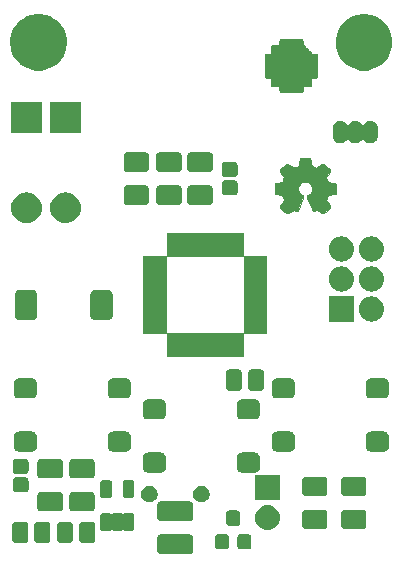
<source format=gbs>
G04 #@! TF.GenerationSoftware,KiCad,Pcbnew,5.0.2*
G04 #@! TF.CreationDate,2019-02-05T18:00:36+01:00*
G04 #@! TF.ProjectId,xling,786c696e-672e-46b6-9963-61645f706362,0.2.5*
G04 #@! TF.SameCoordinates,Original*
G04 #@! TF.FileFunction,Soldermask,Bot*
G04 #@! TF.FilePolarity,Negative*
%FSLAX46Y46*%
G04 Gerber Fmt 4.6, Leading zero omitted, Abs format (unit mm)*
G04 Created by KiCad (PCBNEW 5.0.2) date Tue Feb  5 18:00:36 2019*
%MOMM*%
%LPD*%
G01*
G04 APERTURE LIST*
%ADD10C,0.010000*%
%ADD11C,0.100000*%
G04 APERTURE END LIST*
D10*
G04 #@! TO.C,G\002A\002A\002A*
G36*
X148414274Y-90004226D02*
X148336714Y-90004644D01*
X148265840Y-90005289D01*
X148203326Y-90006134D01*
X148150848Y-90007150D01*
X148110079Y-90008311D01*
X148082693Y-90009588D01*
X148070365Y-90010954D01*
X148069977Y-90011122D01*
X148065641Y-90021166D01*
X148058750Y-90046743D01*
X148049556Y-90086686D01*
X148038308Y-90139828D01*
X148025255Y-90205003D01*
X148010646Y-90281043D01*
X147999820Y-90339076D01*
X147986402Y-90411234D01*
X147973670Y-90478641D01*
X147962002Y-90539366D01*
X147951779Y-90591478D01*
X147943380Y-90633047D01*
X147937185Y-90662142D01*
X147933572Y-90676832D01*
X147933244Y-90677752D01*
X147925906Y-90685898D01*
X147908800Y-90696827D01*
X147880585Y-90711192D01*
X147839925Y-90729646D01*
X147785480Y-90752844D01*
X147746247Y-90769063D01*
X147688691Y-90792602D01*
X147644664Y-90810313D01*
X147612041Y-90822819D01*
X147588695Y-90830746D01*
X147572501Y-90834718D01*
X147561331Y-90835359D01*
X147553061Y-90833293D01*
X147545564Y-90829146D01*
X147544346Y-90828364D01*
X147532069Y-90820160D01*
X147507699Y-90803638D01*
X147473098Y-90780068D01*
X147430130Y-90750722D01*
X147380657Y-90716872D01*
X147326541Y-90679789D01*
X147295852Y-90658737D01*
X147069604Y-90503467D01*
X146870053Y-90503467D01*
X146635160Y-90738472D01*
X146400267Y-90973478D01*
X146400267Y-91173319D01*
X146566399Y-91414812D01*
X146732531Y-91656306D01*
X146653182Y-91842667D01*
X146629628Y-91896906D01*
X146607757Y-91945220D01*
X146588606Y-91985469D01*
X146573210Y-92015515D01*
X146562604Y-92033219D01*
X146559149Y-92036941D01*
X146547732Y-92040236D01*
X146521586Y-92046186D01*
X146482639Y-92054402D01*
X146432820Y-92064493D01*
X146374055Y-92076069D01*
X146308274Y-92088741D01*
X146237405Y-92102119D01*
X146229651Y-92103567D01*
X146148423Y-92118968D01*
X146076911Y-92133036D01*
X146016349Y-92145504D01*
X145967969Y-92156106D01*
X145933005Y-92164573D01*
X145912691Y-92170641D01*
X145907915Y-92173190D01*
X145906542Y-92183594D01*
X145905254Y-92209258D01*
X145904079Y-92248506D01*
X145903045Y-92299665D01*
X145902179Y-92361060D01*
X145901509Y-92431017D01*
X145901063Y-92507862D01*
X145900868Y-92589920D01*
X145900863Y-92600046D01*
X145900899Y-92696927D01*
X145901096Y-92778203D01*
X145901491Y-92845204D01*
X145902122Y-92899257D01*
X145903024Y-92941692D01*
X145904235Y-92973836D01*
X145905792Y-92997019D01*
X145907731Y-93012568D01*
X145910090Y-93021813D01*
X145912674Y-93025903D01*
X145923507Y-93029666D01*
X145949062Y-93035999D01*
X145987391Y-93044497D01*
X146036547Y-93054751D01*
X146094582Y-93066356D01*
X146159549Y-93078905D01*
X146228057Y-93091727D01*
X146304533Y-93106079D01*
X146373302Y-93119501D01*
X146432778Y-93131653D01*
X146481377Y-93142194D01*
X146517514Y-93150785D01*
X146539603Y-93157086D01*
X146545746Y-93159849D01*
X146552317Y-93170398D01*
X146563752Y-93193830D01*
X146578991Y-93227554D01*
X146596971Y-93268976D01*
X146616632Y-93315505D01*
X146636912Y-93364549D01*
X146656749Y-93413515D01*
X146675083Y-93459812D01*
X146690851Y-93500847D01*
X146702992Y-93534029D01*
X146710445Y-93556765D01*
X146712206Y-93566353D01*
X146706875Y-93574781D01*
X146693113Y-93595452D01*
X146672079Y-93626656D01*
X146644933Y-93666680D01*
X146612834Y-93713814D01*
X146576942Y-93766346D01*
X146554783Y-93798701D01*
X146400267Y-94024128D01*
X146400267Y-94224970D01*
X146635565Y-94459718D01*
X146870864Y-94694467D01*
X147066633Y-94694467D01*
X147288749Y-94541780D01*
X147510866Y-94389094D01*
X147581769Y-94427744D01*
X147652673Y-94466393D01*
X147756205Y-94464013D01*
X147859738Y-94461633D01*
X148312814Y-93369433D01*
X148313274Y-93283342D01*
X148312982Y-93245632D01*
X148311827Y-93213419D01*
X148310011Y-93191033D01*
X148308594Y-93183859D01*
X148299860Y-93173792D01*
X148280155Y-93156828D01*
X148252572Y-93135498D01*
X148226044Y-93116382D01*
X148156148Y-93064945D01*
X148099107Y-93016481D01*
X148052024Y-92967756D01*
X148011997Y-92915538D01*
X147976127Y-92856595D01*
X147953192Y-92812169D01*
X147919301Y-92732439D01*
X147899612Y-92660607D01*
X147893912Y-92595684D01*
X147898023Y-92554410D01*
X147924802Y-92454920D01*
X147966872Y-92360801D01*
X148023020Y-92273629D01*
X148092036Y-92194980D01*
X148172706Y-92126427D01*
X148263820Y-92069549D01*
X148275633Y-92063464D01*
X148338775Y-92035667D01*
X148402088Y-92015087D01*
X148460706Y-92003115D01*
X148495767Y-92000599D01*
X148562090Y-92007742D01*
X148633613Y-92028081D01*
X148707369Y-92059975D01*
X148780390Y-92101787D01*
X148849709Y-92151877D01*
X148912358Y-92208607D01*
X148951252Y-92252129D01*
X148988601Y-92305386D01*
X149024421Y-92369372D01*
X149055707Y-92437944D01*
X149079456Y-92504962D01*
X149085203Y-92525993D01*
X149094147Y-92570186D01*
X149096883Y-92610463D01*
X149092904Y-92651252D01*
X149081701Y-92696983D01*
X149062766Y-92752087D01*
X149057749Y-92765289D01*
X149013780Y-92858197D01*
X148955989Y-92943539D01*
X148883702Y-93022095D01*
X148796242Y-93094644D01*
X148737067Y-93135064D01*
X148712044Y-93151791D01*
X148692855Y-93166019D01*
X148684280Y-93173972D01*
X148681745Y-93185769D01*
X148679683Y-93210620D01*
X148678334Y-93244645D01*
X148677930Y-93276421D01*
X148677800Y-93369675D01*
X148897680Y-93900920D01*
X148935028Y-93991084D01*
X148970640Y-94076921D01*
X149003963Y-94157102D01*
X149034442Y-94230304D01*
X149061525Y-94295199D01*
X149084657Y-94350462D01*
X149103284Y-94394767D01*
X149116853Y-94426789D01*
X149124810Y-94445200D01*
X149126577Y-94449015D01*
X149131817Y-94456217D01*
X149140434Y-94461025D01*
X149155518Y-94463914D01*
X149180158Y-94465360D01*
X149217443Y-94465839D01*
X149235942Y-94465867D01*
X149336289Y-94465867D01*
X149407836Y-94427805D01*
X149479384Y-94389744D01*
X149618342Y-94485425D01*
X149668188Y-94519695D01*
X149719999Y-94555224D01*
X149769621Y-94589171D01*
X149812903Y-94618695D01*
X149841008Y-94637786D01*
X149924717Y-94694467D01*
X150121030Y-94694467D01*
X150356148Y-94459348D01*
X150591267Y-94224229D01*
X150591267Y-94125865D01*
X150591107Y-94083567D01*
X150590079Y-94054111D01*
X150587359Y-94033405D01*
X150582122Y-94017358D01*
X150573545Y-94001878D01*
X150563165Y-93986333D01*
X150550757Y-93968180D01*
X150530402Y-93938427D01*
X150503725Y-93899446D01*
X150472347Y-93853608D01*
X150437892Y-93803285D01*
X150406531Y-93757489D01*
X150372437Y-93707301D01*
X150341740Y-93661337D01*
X150315692Y-93621536D01*
X150295548Y-93589838D01*
X150282560Y-93568182D01*
X150277981Y-93558523D01*
X150281014Y-93547807D01*
X150289548Y-93523683D01*
X150302719Y-93488435D01*
X150319664Y-93444348D01*
X150339519Y-93393704D01*
X150355358Y-93353899D01*
X150381676Y-93288964D01*
X150402912Y-93238523D01*
X150419743Y-93201146D01*
X150432847Y-93175403D01*
X150442903Y-93159864D01*
X150450589Y-93153100D01*
X150450627Y-93153083D01*
X150462883Y-93149856D01*
X150489791Y-93144007D01*
X150529340Y-93135932D01*
X150579518Y-93126030D01*
X150638317Y-93114696D01*
X150703724Y-93102329D01*
X150768132Y-93090357D01*
X150837532Y-93077361D01*
X150901884Y-93064924D01*
X150959232Y-93053456D01*
X151007617Y-93043363D01*
X151045082Y-93035053D01*
X151069669Y-93028935D01*
X151079282Y-93025553D01*
X151081974Y-93020682D01*
X151084232Y-93010059D01*
X151086089Y-92992398D01*
X151087580Y-92966410D01*
X151088741Y-92930807D01*
X151089605Y-92884300D01*
X151090208Y-92825603D01*
X151090584Y-92753426D01*
X151090767Y-92666482D01*
X151090800Y-92598125D01*
X151090800Y-92180257D01*
X151071750Y-92168504D01*
X151059271Y-92164334D01*
X151032105Y-92157620D01*
X150992240Y-92148778D01*
X150941663Y-92138220D01*
X150882360Y-92126363D01*
X150816318Y-92113619D01*
X150745523Y-92100405D01*
X150743667Y-92100064D01*
X150673216Y-92086922D01*
X150607845Y-92074309D01*
X150549473Y-92062626D01*
X150500015Y-92052275D01*
X150461388Y-92043658D01*
X150435509Y-92037176D01*
X150424296Y-92033230D01*
X150424160Y-92033113D01*
X150418112Y-92022839D01*
X150406753Y-91999706D01*
X150391270Y-91966436D01*
X150372853Y-91925752D01*
X150352690Y-91880376D01*
X150331968Y-91833031D01*
X150311876Y-91786438D01*
X150293602Y-91743320D01*
X150278335Y-91706400D01*
X150267261Y-91678400D01*
X150261571Y-91662041D01*
X150261067Y-91659433D01*
X150265705Y-91650543D01*
X150278885Y-91629402D01*
X150299502Y-91597676D01*
X150326453Y-91557031D01*
X150358636Y-91509135D01*
X150394946Y-91455653D01*
X150426167Y-91410049D01*
X150591267Y-91169763D01*
X150591267Y-90974064D01*
X150356519Y-90738765D01*
X150121770Y-90503467D01*
X149920790Y-90503467D01*
X149707812Y-90649150D01*
X149652781Y-90686814D01*
X149600699Y-90722498D01*
X149553649Y-90754773D01*
X149513714Y-90782208D01*
X149482977Y-90803374D01*
X149463520Y-90816841D01*
X149460227Y-90819143D01*
X149425620Y-90843452D01*
X149265493Y-90778313D01*
X149203585Y-90753060D01*
X149155550Y-90733202D01*
X149119549Y-90717823D01*
X149093742Y-90706006D01*
X149076290Y-90696836D01*
X149065352Y-90689398D01*
X149059089Y-90682774D01*
X149055661Y-90676050D01*
X149054758Y-90673401D01*
X149052066Y-90661561D01*
X149046678Y-90635010D01*
X149038966Y-90595692D01*
X149029305Y-90545549D01*
X149018070Y-90486523D01*
X149005633Y-90420559D01*
X148992369Y-90349597D01*
X148991008Y-90342281D01*
X148977580Y-90271136D01*
X148964719Y-90204999D01*
X148952826Y-90145777D01*
X148942300Y-90095380D01*
X148933540Y-90055714D01*
X148926945Y-90028687D01*
X148922915Y-90016207D01*
X148922647Y-90015805D01*
X148918006Y-90013040D01*
X148908189Y-90010726D01*
X148891870Y-90008826D01*
X148867727Y-90007304D01*
X148834437Y-90006123D01*
X148790676Y-90005248D01*
X148735120Y-90004641D01*
X148666448Y-90004267D01*
X148583334Y-90004088D01*
X148496847Y-90004063D01*
X148414274Y-90004226D01*
X148414274Y-90004226D01*
G37*
X148414274Y-90004226D02*
X148336714Y-90004644D01*
X148265840Y-90005289D01*
X148203326Y-90006134D01*
X148150848Y-90007150D01*
X148110079Y-90008311D01*
X148082693Y-90009588D01*
X148070365Y-90010954D01*
X148069977Y-90011122D01*
X148065641Y-90021166D01*
X148058750Y-90046743D01*
X148049556Y-90086686D01*
X148038308Y-90139828D01*
X148025255Y-90205003D01*
X148010646Y-90281043D01*
X147999820Y-90339076D01*
X147986402Y-90411234D01*
X147973670Y-90478641D01*
X147962002Y-90539366D01*
X147951779Y-90591478D01*
X147943380Y-90633047D01*
X147937185Y-90662142D01*
X147933572Y-90676832D01*
X147933244Y-90677752D01*
X147925906Y-90685898D01*
X147908800Y-90696827D01*
X147880585Y-90711192D01*
X147839925Y-90729646D01*
X147785480Y-90752844D01*
X147746247Y-90769063D01*
X147688691Y-90792602D01*
X147644664Y-90810313D01*
X147612041Y-90822819D01*
X147588695Y-90830746D01*
X147572501Y-90834718D01*
X147561331Y-90835359D01*
X147553061Y-90833293D01*
X147545564Y-90829146D01*
X147544346Y-90828364D01*
X147532069Y-90820160D01*
X147507699Y-90803638D01*
X147473098Y-90780068D01*
X147430130Y-90750722D01*
X147380657Y-90716872D01*
X147326541Y-90679789D01*
X147295852Y-90658737D01*
X147069604Y-90503467D01*
X146870053Y-90503467D01*
X146635160Y-90738472D01*
X146400267Y-90973478D01*
X146400267Y-91173319D01*
X146566399Y-91414812D01*
X146732531Y-91656306D01*
X146653182Y-91842667D01*
X146629628Y-91896906D01*
X146607757Y-91945220D01*
X146588606Y-91985469D01*
X146573210Y-92015515D01*
X146562604Y-92033219D01*
X146559149Y-92036941D01*
X146547732Y-92040236D01*
X146521586Y-92046186D01*
X146482639Y-92054402D01*
X146432820Y-92064493D01*
X146374055Y-92076069D01*
X146308274Y-92088741D01*
X146237405Y-92102119D01*
X146229651Y-92103567D01*
X146148423Y-92118968D01*
X146076911Y-92133036D01*
X146016349Y-92145504D01*
X145967969Y-92156106D01*
X145933005Y-92164573D01*
X145912691Y-92170641D01*
X145907915Y-92173190D01*
X145906542Y-92183594D01*
X145905254Y-92209258D01*
X145904079Y-92248506D01*
X145903045Y-92299665D01*
X145902179Y-92361060D01*
X145901509Y-92431017D01*
X145901063Y-92507862D01*
X145900868Y-92589920D01*
X145900863Y-92600046D01*
X145900899Y-92696927D01*
X145901096Y-92778203D01*
X145901491Y-92845204D01*
X145902122Y-92899257D01*
X145903024Y-92941692D01*
X145904235Y-92973836D01*
X145905792Y-92997019D01*
X145907731Y-93012568D01*
X145910090Y-93021813D01*
X145912674Y-93025903D01*
X145923507Y-93029666D01*
X145949062Y-93035999D01*
X145987391Y-93044497D01*
X146036547Y-93054751D01*
X146094582Y-93066356D01*
X146159549Y-93078905D01*
X146228057Y-93091727D01*
X146304533Y-93106079D01*
X146373302Y-93119501D01*
X146432778Y-93131653D01*
X146481377Y-93142194D01*
X146517514Y-93150785D01*
X146539603Y-93157086D01*
X146545746Y-93159849D01*
X146552317Y-93170398D01*
X146563752Y-93193830D01*
X146578991Y-93227554D01*
X146596971Y-93268976D01*
X146616632Y-93315505D01*
X146636912Y-93364549D01*
X146656749Y-93413515D01*
X146675083Y-93459812D01*
X146690851Y-93500847D01*
X146702992Y-93534029D01*
X146710445Y-93556765D01*
X146712206Y-93566353D01*
X146706875Y-93574781D01*
X146693113Y-93595452D01*
X146672079Y-93626656D01*
X146644933Y-93666680D01*
X146612834Y-93713814D01*
X146576942Y-93766346D01*
X146554783Y-93798701D01*
X146400267Y-94024128D01*
X146400267Y-94224970D01*
X146635565Y-94459718D01*
X146870864Y-94694467D01*
X147066633Y-94694467D01*
X147288749Y-94541780D01*
X147510866Y-94389094D01*
X147581769Y-94427744D01*
X147652673Y-94466393D01*
X147756205Y-94464013D01*
X147859738Y-94461633D01*
X148312814Y-93369433D01*
X148313274Y-93283342D01*
X148312982Y-93245632D01*
X148311827Y-93213419D01*
X148310011Y-93191033D01*
X148308594Y-93183859D01*
X148299860Y-93173792D01*
X148280155Y-93156828D01*
X148252572Y-93135498D01*
X148226044Y-93116382D01*
X148156148Y-93064945D01*
X148099107Y-93016481D01*
X148052024Y-92967756D01*
X148011997Y-92915538D01*
X147976127Y-92856595D01*
X147953192Y-92812169D01*
X147919301Y-92732439D01*
X147899612Y-92660607D01*
X147893912Y-92595684D01*
X147898023Y-92554410D01*
X147924802Y-92454920D01*
X147966872Y-92360801D01*
X148023020Y-92273629D01*
X148092036Y-92194980D01*
X148172706Y-92126427D01*
X148263820Y-92069549D01*
X148275633Y-92063464D01*
X148338775Y-92035667D01*
X148402088Y-92015087D01*
X148460706Y-92003115D01*
X148495767Y-92000599D01*
X148562090Y-92007742D01*
X148633613Y-92028081D01*
X148707369Y-92059975D01*
X148780390Y-92101787D01*
X148849709Y-92151877D01*
X148912358Y-92208607D01*
X148951252Y-92252129D01*
X148988601Y-92305386D01*
X149024421Y-92369372D01*
X149055707Y-92437944D01*
X149079456Y-92504962D01*
X149085203Y-92525993D01*
X149094147Y-92570186D01*
X149096883Y-92610463D01*
X149092904Y-92651252D01*
X149081701Y-92696983D01*
X149062766Y-92752087D01*
X149057749Y-92765289D01*
X149013780Y-92858197D01*
X148955989Y-92943539D01*
X148883702Y-93022095D01*
X148796242Y-93094644D01*
X148737067Y-93135064D01*
X148712044Y-93151791D01*
X148692855Y-93166019D01*
X148684280Y-93173972D01*
X148681745Y-93185769D01*
X148679683Y-93210620D01*
X148678334Y-93244645D01*
X148677930Y-93276421D01*
X148677800Y-93369675D01*
X148897680Y-93900920D01*
X148935028Y-93991084D01*
X148970640Y-94076921D01*
X149003963Y-94157102D01*
X149034442Y-94230304D01*
X149061525Y-94295199D01*
X149084657Y-94350462D01*
X149103284Y-94394767D01*
X149116853Y-94426789D01*
X149124810Y-94445200D01*
X149126577Y-94449015D01*
X149131817Y-94456217D01*
X149140434Y-94461025D01*
X149155518Y-94463914D01*
X149180158Y-94465360D01*
X149217443Y-94465839D01*
X149235942Y-94465867D01*
X149336289Y-94465867D01*
X149407836Y-94427805D01*
X149479384Y-94389744D01*
X149618342Y-94485425D01*
X149668188Y-94519695D01*
X149719999Y-94555224D01*
X149769621Y-94589171D01*
X149812903Y-94618695D01*
X149841008Y-94637786D01*
X149924717Y-94694467D01*
X150121030Y-94694467D01*
X150356148Y-94459348D01*
X150591267Y-94224229D01*
X150591267Y-94125865D01*
X150591107Y-94083567D01*
X150590079Y-94054111D01*
X150587359Y-94033405D01*
X150582122Y-94017358D01*
X150573545Y-94001878D01*
X150563165Y-93986333D01*
X150550757Y-93968180D01*
X150530402Y-93938427D01*
X150503725Y-93899446D01*
X150472347Y-93853608D01*
X150437892Y-93803285D01*
X150406531Y-93757489D01*
X150372437Y-93707301D01*
X150341740Y-93661337D01*
X150315692Y-93621536D01*
X150295548Y-93589838D01*
X150282560Y-93568182D01*
X150277981Y-93558523D01*
X150281014Y-93547807D01*
X150289548Y-93523683D01*
X150302719Y-93488435D01*
X150319664Y-93444348D01*
X150339519Y-93393704D01*
X150355358Y-93353899D01*
X150381676Y-93288964D01*
X150402912Y-93238523D01*
X150419743Y-93201146D01*
X150432847Y-93175403D01*
X150442903Y-93159864D01*
X150450589Y-93153100D01*
X150450627Y-93153083D01*
X150462883Y-93149856D01*
X150489791Y-93144007D01*
X150529340Y-93135932D01*
X150579518Y-93126030D01*
X150638317Y-93114696D01*
X150703724Y-93102329D01*
X150768132Y-93090357D01*
X150837532Y-93077361D01*
X150901884Y-93064924D01*
X150959232Y-93053456D01*
X151007617Y-93043363D01*
X151045082Y-93035053D01*
X151069669Y-93028935D01*
X151079282Y-93025553D01*
X151081974Y-93020682D01*
X151084232Y-93010059D01*
X151086089Y-92992398D01*
X151087580Y-92966410D01*
X151088741Y-92930807D01*
X151089605Y-92884300D01*
X151090208Y-92825603D01*
X151090584Y-92753426D01*
X151090767Y-92666482D01*
X151090800Y-92598125D01*
X151090800Y-92180257D01*
X151071750Y-92168504D01*
X151059271Y-92164334D01*
X151032105Y-92157620D01*
X150992240Y-92148778D01*
X150941663Y-92138220D01*
X150882360Y-92126363D01*
X150816318Y-92113619D01*
X150745523Y-92100405D01*
X150743667Y-92100064D01*
X150673216Y-92086922D01*
X150607845Y-92074309D01*
X150549473Y-92062626D01*
X150500015Y-92052275D01*
X150461388Y-92043658D01*
X150435509Y-92037176D01*
X150424296Y-92033230D01*
X150424160Y-92033113D01*
X150418112Y-92022839D01*
X150406753Y-91999706D01*
X150391270Y-91966436D01*
X150372853Y-91925752D01*
X150352690Y-91880376D01*
X150331968Y-91833031D01*
X150311876Y-91786438D01*
X150293602Y-91743320D01*
X150278335Y-91706400D01*
X150267261Y-91678400D01*
X150261571Y-91662041D01*
X150261067Y-91659433D01*
X150265705Y-91650543D01*
X150278885Y-91629402D01*
X150299502Y-91597676D01*
X150326453Y-91557031D01*
X150358636Y-91509135D01*
X150394946Y-91455653D01*
X150426167Y-91410049D01*
X150591267Y-91169763D01*
X150591267Y-90974064D01*
X150356519Y-90738765D01*
X150121770Y-90503467D01*
X149920790Y-90503467D01*
X149707812Y-90649150D01*
X149652781Y-90686814D01*
X149600699Y-90722498D01*
X149553649Y-90754773D01*
X149513714Y-90782208D01*
X149482977Y-90803374D01*
X149463520Y-90816841D01*
X149460227Y-90819143D01*
X149425620Y-90843452D01*
X149265493Y-90778313D01*
X149203585Y-90753060D01*
X149155550Y-90733202D01*
X149119549Y-90717823D01*
X149093742Y-90706006D01*
X149076290Y-90696836D01*
X149065352Y-90689398D01*
X149059089Y-90682774D01*
X149055661Y-90676050D01*
X149054758Y-90673401D01*
X149052066Y-90661561D01*
X149046678Y-90635010D01*
X149038966Y-90595692D01*
X149029305Y-90545549D01*
X149018070Y-90486523D01*
X149005633Y-90420559D01*
X148992369Y-90349597D01*
X148991008Y-90342281D01*
X148977580Y-90271136D01*
X148964719Y-90204999D01*
X148952826Y-90145777D01*
X148942300Y-90095380D01*
X148933540Y-90055714D01*
X148926945Y-90028687D01*
X148922915Y-90016207D01*
X148922647Y-90015805D01*
X148918006Y-90013040D01*
X148908189Y-90010726D01*
X148891870Y-90008826D01*
X148867727Y-90007304D01*
X148834437Y-90006123D01*
X148790676Y-90005248D01*
X148735120Y-90004641D01*
X148666448Y-90004267D01*
X148583334Y-90004088D01*
X148496847Y-90004063D01*
X148414274Y-90004226D01*
G36*
X148033778Y-80039994D02*
X148032084Y-80081772D01*
X148026201Y-80107100D01*
X148014929Y-80118103D01*
X147997068Y-80116908D01*
X147991444Y-80114958D01*
X147983707Y-80107124D01*
X147979261Y-80088700D01*
X147977459Y-80056249D01*
X147977333Y-80039994D01*
X147977333Y-79970445D01*
X147751555Y-79970445D01*
X147751555Y-80039994D01*
X147749861Y-80081772D01*
X147743979Y-80107100D01*
X147732707Y-80118103D01*
X147714846Y-80116908D01*
X147709222Y-80114958D01*
X147701485Y-80107124D01*
X147697039Y-80088700D01*
X147695237Y-80056249D01*
X147695111Y-80039994D01*
X147695111Y-79970445D01*
X147469333Y-79970445D01*
X147469333Y-80040216D01*
X147468193Y-80079946D01*
X147463725Y-80103832D01*
X147454354Y-80114762D01*
X147438509Y-80115625D01*
X147429352Y-80113631D01*
X147420698Y-80108487D01*
X147415668Y-80095969D01*
X147413367Y-80072070D01*
X147412889Y-80039903D01*
X147412889Y-79970445D01*
X147187111Y-79970445D01*
X147187111Y-80040216D01*
X147185971Y-80079946D01*
X147181503Y-80103832D01*
X147172132Y-80114762D01*
X147156287Y-80115625D01*
X147147130Y-80113631D01*
X147138476Y-80108487D01*
X147133445Y-80095969D01*
X147131145Y-80072070D01*
X147130667Y-80039903D01*
X147130667Y-79970445D01*
X146904889Y-79970445D01*
X146904889Y-80040216D01*
X146903749Y-80079946D01*
X146899280Y-80103832D01*
X146889910Y-80114762D01*
X146874065Y-80115625D01*
X146864907Y-80113631D01*
X146856253Y-80108487D01*
X146851223Y-80095969D01*
X146848922Y-80072070D01*
X146848444Y-80039903D01*
X146848444Y-79970445D01*
X146622667Y-79970445D01*
X146622667Y-80040216D01*
X146621527Y-80079946D01*
X146617058Y-80103832D01*
X146607688Y-80114762D01*
X146591842Y-80115625D01*
X146582685Y-80113631D01*
X146574031Y-80108487D01*
X146569001Y-80095969D01*
X146566700Y-80072070D01*
X146566222Y-80039903D01*
X146566222Y-79970445D01*
X146340444Y-79970445D01*
X146340444Y-80037294D01*
X146339765Y-80073264D01*
X146336743Y-80095796D01*
X146329901Y-80110250D01*
X146317763Y-80121981D01*
X146316926Y-80122644D01*
X146308447Y-80129765D01*
X146302298Y-80137693D01*
X146298106Y-80149328D01*
X146295496Y-80167571D01*
X146294092Y-80195322D01*
X146293521Y-80235481D01*
X146293408Y-80290948D01*
X146293407Y-80304734D01*
X146293407Y-80468325D01*
X145652421Y-80473741D01*
X145610729Y-80517878D01*
X145569037Y-80562016D01*
X145569048Y-80880064D01*
X145569059Y-81198111D01*
X145400715Y-81195356D01*
X145232370Y-81192602D01*
X145213553Y-81216523D01*
X145201158Y-81229613D01*
X145186259Y-81236838D01*
X145163155Y-81239884D01*
X145132590Y-81240444D01*
X145070444Y-81240445D01*
X145070444Y-81475630D01*
X145135290Y-81475630D01*
X145174635Y-81477226D01*
X145197742Y-81482816D01*
X145206980Y-81493606D01*
X145204720Y-81510799D01*
X145204682Y-81510907D01*
X145192526Y-81518240D01*
X145162254Y-81522052D01*
X145135512Y-81522667D01*
X145070444Y-81522667D01*
X145070444Y-81757852D01*
X145135290Y-81757852D01*
X145174635Y-81759448D01*
X145197742Y-81765038D01*
X145206980Y-81775828D01*
X145204720Y-81793022D01*
X145204682Y-81793130D01*
X145192526Y-81800462D01*
X145162254Y-81804274D01*
X145135512Y-81804889D01*
X145070444Y-81804889D01*
X145070444Y-82040074D01*
X145135290Y-82040074D01*
X145174635Y-82041670D01*
X145197742Y-82047261D01*
X145206980Y-82058050D01*
X145204720Y-82075244D01*
X145204682Y-82075352D01*
X145192526Y-82082684D01*
X145162254Y-82086497D01*
X145135512Y-82087111D01*
X145070444Y-82087111D01*
X145070444Y-82322296D01*
X145135290Y-82322296D01*
X145174635Y-82323892D01*
X145197742Y-82329483D01*
X145206980Y-82340273D01*
X145204720Y-82357466D01*
X145204682Y-82357574D01*
X145192526Y-82364906D01*
X145162254Y-82368719D01*
X145135512Y-82369333D01*
X145070444Y-82369333D01*
X145070444Y-82604519D01*
X145135290Y-82604519D01*
X145174635Y-82606114D01*
X145197742Y-82611705D01*
X145206980Y-82622495D01*
X145204720Y-82639688D01*
X145204682Y-82639796D01*
X145192526Y-82647129D01*
X145162254Y-82650941D01*
X145135512Y-82651556D01*
X145070444Y-82651556D01*
X145070444Y-82886741D01*
X145135290Y-82886741D01*
X145174635Y-82888337D01*
X145197742Y-82893927D01*
X145206980Y-82904717D01*
X145204720Y-82921910D01*
X145204682Y-82922019D01*
X145192526Y-82929351D01*
X145162254Y-82933163D01*
X145135512Y-82933778D01*
X145070444Y-82933778D01*
X145070444Y-83159556D01*
X145136296Y-83159556D01*
X145173240Y-83160599D01*
X145194210Y-83164079D01*
X145201947Y-83170524D01*
X145202148Y-83172209D01*
X145208590Y-83187788D01*
X145219825Y-83200859D01*
X145228273Y-83206668D01*
X145240642Y-83210781D01*
X145259764Y-83213402D01*
X145288469Y-83214736D01*
X145329589Y-83214986D01*
X145385953Y-83214356D01*
X145403281Y-83214077D01*
X145569060Y-83211296D01*
X145569049Y-83529344D01*
X145569037Y-83847392D01*
X145610729Y-83891529D01*
X145652421Y-83935667D01*
X145972914Y-83938375D01*
X146293407Y-83941082D01*
X146293407Y-84104673D01*
X146293472Y-84163704D01*
X146293917Y-84206821D01*
X146295115Y-84236923D01*
X146297443Y-84256912D01*
X146301274Y-84269687D01*
X146306983Y-84278150D01*
X146314944Y-84285200D01*
X146316926Y-84286764D01*
X146329392Y-84298501D01*
X146336483Y-84312670D01*
X146339675Y-84334627D01*
X146340443Y-84369732D01*
X146340444Y-84372113D01*
X146340444Y-84438963D01*
X146566222Y-84438963D01*
X146566222Y-84369505D01*
X146566909Y-84332815D01*
X146569567Y-84310903D01*
X146575090Y-84299763D01*
X146582685Y-84295777D01*
X146601785Y-84293212D01*
X146613736Y-84299476D01*
X146620112Y-84317459D01*
X146622485Y-84350049D01*
X146622667Y-84369191D01*
X146622667Y-84438963D01*
X146848444Y-84438963D01*
X146848444Y-84369505D01*
X146849132Y-84332815D01*
X146851789Y-84310903D01*
X146857313Y-84299763D01*
X146864907Y-84295777D01*
X146884007Y-84293212D01*
X146895958Y-84299476D01*
X146902334Y-84317459D01*
X146904707Y-84350049D01*
X146904889Y-84369191D01*
X146904889Y-84438963D01*
X147130667Y-84438963D01*
X147130667Y-84369505D01*
X147131354Y-84332815D01*
X147134012Y-84310903D01*
X147139535Y-84299763D01*
X147147130Y-84295777D01*
X147166230Y-84293212D01*
X147178181Y-84299476D01*
X147184556Y-84317459D01*
X147186929Y-84350049D01*
X147187111Y-84369191D01*
X147187111Y-84438963D01*
X147412889Y-84438963D01*
X147412889Y-84369414D01*
X147413876Y-84330901D01*
X147417268Y-84307686D01*
X147423712Y-84296332D01*
X147427000Y-84294450D01*
X147446692Y-84290543D01*
X147459496Y-84298305D01*
X147466611Y-84319860D01*
X147469237Y-84357335D01*
X147469333Y-84369414D01*
X147469333Y-84438963D01*
X147695111Y-84438963D01*
X147695111Y-84369414D01*
X147696098Y-84330901D01*
X147699490Y-84307686D01*
X147705934Y-84296332D01*
X147709222Y-84294450D01*
X147728915Y-84290543D01*
X147741718Y-84298305D01*
X147748833Y-84319860D01*
X147751459Y-84357335D01*
X147751555Y-84369414D01*
X147751555Y-84438963D01*
X147977333Y-84438963D01*
X147977333Y-84369414D01*
X147978320Y-84330901D01*
X147981712Y-84307686D01*
X147988156Y-84296332D01*
X147991444Y-84294450D01*
X148011137Y-84290543D01*
X148023940Y-84298305D01*
X148031055Y-84319860D01*
X148033682Y-84357335D01*
X148033778Y-84369414D01*
X148033778Y-84438963D01*
X148259555Y-84438963D01*
X148259555Y-84372113D01*
X148260235Y-84336144D01*
X148263257Y-84313611D01*
X148270099Y-84299158D01*
X148282237Y-84287426D01*
X148283074Y-84286764D01*
X148291553Y-84279643D01*
X148297702Y-84271714D01*
X148301894Y-84260079D01*
X148304504Y-84241837D01*
X148305908Y-84214086D01*
X148306479Y-84173927D01*
X148306592Y-84118459D01*
X148306593Y-84104673D01*
X148306593Y-83941082D01*
X148627086Y-83938375D01*
X148947579Y-83935667D01*
X148989271Y-83891529D01*
X149030963Y-83847392D01*
X149030951Y-83529344D01*
X149030940Y-83211296D01*
X149196718Y-83214077D01*
X149257467Y-83214900D01*
X149302242Y-83214896D01*
X149333873Y-83213860D01*
X149355193Y-83211590D01*
X149369030Y-83207881D01*
X149378217Y-83202529D01*
X149380175Y-83200859D01*
X149393796Y-83183922D01*
X149397852Y-83172209D01*
X149403280Y-83165110D01*
X149421394Y-83161081D01*
X149454936Y-83159594D01*
X149463704Y-83159556D01*
X149529555Y-83159556D01*
X149529555Y-82933778D01*
X149464710Y-82933778D01*
X149425365Y-82932182D01*
X149402258Y-82926591D01*
X149393019Y-82915802D01*
X149395280Y-82898608D01*
X149395318Y-82898500D01*
X149407474Y-82891168D01*
X149437746Y-82887355D01*
X149464488Y-82886741D01*
X149529555Y-82886741D01*
X149529555Y-82651556D01*
X149464710Y-82651556D01*
X149425365Y-82649960D01*
X149402258Y-82644369D01*
X149393019Y-82633579D01*
X149395280Y-82616386D01*
X149395318Y-82616278D01*
X149407474Y-82608945D01*
X149437746Y-82605133D01*
X149464488Y-82604519D01*
X149529555Y-82604519D01*
X149529555Y-82369333D01*
X149464710Y-82369333D01*
X149425365Y-82367737D01*
X149402258Y-82362147D01*
X149393019Y-82351357D01*
X149395280Y-82334164D01*
X149395318Y-82334056D01*
X149407474Y-82326723D01*
X149437746Y-82322911D01*
X149464488Y-82322296D01*
X149529555Y-82322296D01*
X149529555Y-82087111D01*
X149464710Y-82087111D01*
X149425365Y-82085515D01*
X149402258Y-82079925D01*
X149393019Y-82069135D01*
X149395280Y-82051942D01*
X149395318Y-82051833D01*
X149407474Y-82044501D01*
X149437746Y-82040689D01*
X149464488Y-82040074D01*
X149529555Y-82040074D01*
X149529555Y-81804889D01*
X149464710Y-81804889D01*
X149425365Y-81803293D01*
X149402258Y-81797702D01*
X149393019Y-81786913D01*
X149395280Y-81769719D01*
X149395318Y-81769611D01*
X149407474Y-81762279D01*
X149437746Y-81758466D01*
X149464488Y-81757852D01*
X149529555Y-81757852D01*
X149529555Y-81522667D01*
X149464710Y-81522667D01*
X149425365Y-81521071D01*
X149402258Y-81515480D01*
X149393019Y-81504690D01*
X149395280Y-81487497D01*
X149395318Y-81487389D01*
X149407474Y-81480057D01*
X149437746Y-81476244D01*
X149464488Y-81475630D01*
X149529555Y-81475630D01*
X149529555Y-81240445D01*
X149467409Y-81240444D01*
X149432767Y-81239637D01*
X149411206Y-81236090D01*
X149397024Y-81228118D01*
X149386447Y-81216523D01*
X149367630Y-81192602D01*
X149199285Y-81195356D01*
X149030940Y-81198111D01*
X149030952Y-81160431D01*
X149030643Y-81151550D01*
X149028980Y-81142724D01*
X149024865Y-81132729D01*
X149017201Y-81120344D01*
X149004892Y-81104344D01*
X148986841Y-81083506D01*
X148961949Y-81056607D01*
X148929121Y-81022425D01*
X148887259Y-80979735D01*
X148835266Y-80927315D01*
X148772046Y-80863941D01*
X148704006Y-80795894D01*
X148629480Y-80721444D01*
X148567013Y-80659232D01*
X148515389Y-80608163D01*
X148473395Y-80567140D01*
X148439814Y-80535067D01*
X148413434Y-80510848D01*
X148393038Y-80493386D01*
X148377412Y-80481586D01*
X148365342Y-80474351D01*
X148355613Y-80470584D01*
X148347009Y-80469191D01*
X148341821Y-80469037D01*
X148306593Y-80469037D01*
X148306593Y-80305090D01*
X148306528Y-80245987D01*
X148306086Y-80202801D01*
X148304892Y-80172638D01*
X148302573Y-80152600D01*
X148298757Y-80139790D01*
X148293069Y-80131313D01*
X148285136Y-80124271D01*
X148283074Y-80122644D01*
X148270608Y-80110906D01*
X148263517Y-80096738D01*
X148260325Y-80074780D01*
X148259557Y-80039675D01*
X148259555Y-80037294D01*
X148259555Y-79970445D01*
X148033778Y-79970445D01*
X148033778Y-80039994D01*
X148033778Y-80039994D01*
G37*
X148033778Y-80039994D02*
X148032084Y-80081772D01*
X148026201Y-80107100D01*
X148014929Y-80118103D01*
X147997068Y-80116908D01*
X147991444Y-80114958D01*
X147983707Y-80107124D01*
X147979261Y-80088700D01*
X147977459Y-80056249D01*
X147977333Y-80039994D01*
X147977333Y-79970445D01*
X147751555Y-79970445D01*
X147751555Y-80039994D01*
X147749861Y-80081772D01*
X147743979Y-80107100D01*
X147732707Y-80118103D01*
X147714846Y-80116908D01*
X147709222Y-80114958D01*
X147701485Y-80107124D01*
X147697039Y-80088700D01*
X147695237Y-80056249D01*
X147695111Y-80039994D01*
X147695111Y-79970445D01*
X147469333Y-79970445D01*
X147469333Y-80040216D01*
X147468193Y-80079946D01*
X147463725Y-80103832D01*
X147454354Y-80114762D01*
X147438509Y-80115625D01*
X147429352Y-80113631D01*
X147420698Y-80108487D01*
X147415668Y-80095969D01*
X147413367Y-80072070D01*
X147412889Y-80039903D01*
X147412889Y-79970445D01*
X147187111Y-79970445D01*
X147187111Y-80040216D01*
X147185971Y-80079946D01*
X147181503Y-80103832D01*
X147172132Y-80114762D01*
X147156287Y-80115625D01*
X147147130Y-80113631D01*
X147138476Y-80108487D01*
X147133445Y-80095969D01*
X147131145Y-80072070D01*
X147130667Y-80039903D01*
X147130667Y-79970445D01*
X146904889Y-79970445D01*
X146904889Y-80040216D01*
X146903749Y-80079946D01*
X146899280Y-80103832D01*
X146889910Y-80114762D01*
X146874065Y-80115625D01*
X146864907Y-80113631D01*
X146856253Y-80108487D01*
X146851223Y-80095969D01*
X146848922Y-80072070D01*
X146848444Y-80039903D01*
X146848444Y-79970445D01*
X146622667Y-79970445D01*
X146622667Y-80040216D01*
X146621527Y-80079946D01*
X146617058Y-80103832D01*
X146607688Y-80114762D01*
X146591842Y-80115625D01*
X146582685Y-80113631D01*
X146574031Y-80108487D01*
X146569001Y-80095969D01*
X146566700Y-80072070D01*
X146566222Y-80039903D01*
X146566222Y-79970445D01*
X146340444Y-79970445D01*
X146340444Y-80037294D01*
X146339765Y-80073264D01*
X146336743Y-80095796D01*
X146329901Y-80110250D01*
X146317763Y-80121981D01*
X146316926Y-80122644D01*
X146308447Y-80129765D01*
X146302298Y-80137693D01*
X146298106Y-80149328D01*
X146295496Y-80167571D01*
X146294092Y-80195322D01*
X146293521Y-80235481D01*
X146293408Y-80290948D01*
X146293407Y-80304734D01*
X146293407Y-80468325D01*
X145652421Y-80473741D01*
X145610729Y-80517878D01*
X145569037Y-80562016D01*
X145569048Y-80880064D01*
X145569059Y-81198111D01*
X145400715Y-81195356D01*
X145232370Y-81192602D01*
X145213553Y-81216523D01*
X145201158Y-81229613D01*
X145186259Y-81236838D01*
X145163155Y-81239884D01*
X145132590Y-81240444D01*
X145070444Y-81240445D01*
X145070444Y-81475630D01*
X145135290Y-81475630D01*
X145174635Y-81477226D01*
X145197742Y-81482816D01*
X145206980Y-81493606D01*
X145204720Y-81510799D01*
X145204682Y-81510907D01*
X145192526Y-81518240D01*
X145162254Y-81522052D01*
X145135512Y-81522667D01*
X145070444Y-81522667D01*
X145070444Y-81757852D01*
X145135290Y-81757852D01*
X145174635Y-81759448D01*
X145197742Y-81765038D01*
X145206980Y-81775828D01*
X145204720Y-81793022D01*
X145204682Y-81793130D01*
X145192526Y-81800462D01*
X145162254Y-81804274D01*
X145135512Y-81804889D01*
X145070444Y-81804889D01*
X145070444Y-82040074D01*
X145135290Y-82040074D01*
X145174635Y-82041670D01*
X145197742Y-82047261D01*
X145206980Y-82058050D01*
X145204720Y-82075244D01*
X145204682Y-82075352D01*
X145192526Y-82082684D01*
X145162254Y-82086497D01*
X145135512Y-82087111D01*
X145070444Y-82087111D01*
X145070444Y-82322296D01*
X145135290Y-82322296D01*
X145174635Y-82323892D01*
X145197742Y-82329483D01*
X145206980Y-82340273D01*
X145204720Y-82357466D01*
X145204682Y-82357574D01*
X145192526Y-82364906D01*
X145162254Y-82368719D01*
X145135512Y-82369333D01*
X145070444Y-82369333D01*
X145070444Y-82604519D01*
X145135290Y-82604519D01*
X145174635Y-82606114D01*
X145197742Y-82611705D01*
X145206980Y-82622495D01*
X145204720Y-82639688D01*
X145204682Y-82639796D01*
X145192526Y-82647129D01*
X145162254Y-82650941D01*
X145135512Y-82651556D01*
X145070444Y-82651556D01*
X145070444Y-82886741D01*
X145135290Y-82886741D01*
X145174635Y-82888337D01*
X145197742Y-82893927D01*
X145206980Y-82904717D01*
X145204720Y-82921910D01*
X145204682Y-82922019D01*
X145192526Y-82929351D01*
X145162254Y-82933163D01*
X145135512Y-82933778D01*
X145070444Y-82933778D01*
X145070444Y-83159556D01*
X145136296Y-83159556D01*
X145173240Y-83160599D01*
X145194210Y-83164079D01*
X145201947Y-83170524D01*
X145202148Y-83172209D01*
X145208590Y-83187788D01*
X145219825Y-83200859D01*
X145228273Y-83206668D01*
X145240642Y-83210781D01*
X145259764Y-83213402D01*
X145288469Y-83214736D01*
X145329589Y-83214986D01*
X145385953Y-83214356D01*
X145403281Y-83214077D01*
X145569060Y-83211296D01*
X145569049Y-83529344D01*
X145569037Y-83847392D01*
X145610729Y-83891529D01*
X145652421Y-83935667D01*
X145972914Y-83938375D01*
X146293407Y-83941082D01*
X146293407Y-84104673D01*
X146293472Y-84163704D01*
X146293917Y-84206821D01*
X146295115Y-84236923D01*
X146297443Y-84256912D01*
X146301274Y-84269687D01*
X146306983Y-84278150D01*
X146314944Y-84285200D01*
X146316926Y-84286764D01*
X146329392Y-84298501D01*
X146336483Y-84312670D01*
X146339675Y-84334627D01*
X146340443Y-84369732D01*
X146340444Y-84372113D01*
X146340444Y-84438963D01*
X146566222Y-84438963D01*
X146566222Y-84369505D01*
X146566909Y-84332815D01*
X146569567Y-84310903D01*
X146575090Y-84299763D01*
X146582685Y-84295777D01*
X146601785Y-84293212D01*
X146613736Y-84299476D01*
X146620112Y-84317459D01*
X146622485Y-84350049D01*
X146622667Y-84369191D01*
X146622667Y-84438963D01*
X146848444Y-84438963D01*
X146848444Y-84369505D01*
X146849132Y-84332815D01*
X146851789Y-84310903D01*
X146857313Y-84299763D01*
X146864907Y-84295777D01*
X146884007Y-84293212D01*
X146895958Y-84299476D01*
X146902334Y-84317459D01*
X146904707Y-84350049D01*
X146904889Y-84369191D01*
X146904889Y-84438963D01*
X147130667Y-84438963D01*
X147130667Y-84369505D01*
X147131354Y-84332815D01*
X147134012Y-84310903D01*
X147139535Y-84299763D01*
X147147130Y-84295777D01*
X147166230Y-84293212D01*
X147178181Y-84299476D01*
X147184556Y-84317459D01*
X147186929Y-84350049D01*
X147187111Y-84369191D01*
X147187111Y-84438963D01*
X147412889Y-84438963D01*
X147412889Y-84369414D01*
X147413876Y-84330901D01*
X147417268Y-84307686D01*
X147423712Y-84296332D01*
X147427000Y-84294450D01*
X147446692Y-84290543D01*
X147459496Y-84298305D01*
X147466611Y-84319860D01*
X147469237Y-84357335D01*
X147469333Y-84369414D01*
X147469333Y-84438963D01*
X147695111Y-84438963D01*
X147695111Y-84369414D01*
X147696098Y-84330901D01*
X147699490Y-84307686D01*
X147705934Y-84296332D01*
X147709222Y-84294450D01*
X147728915Y-84290543D01*
X147741718Y-84298305D01*
X147748833Y-84319860D01*
X147751459Y-84357335D01*
X147751555Y-84369414D01*
X147751555Y-84438963D01*
X147977333Y-84438963D01*
X147977333Y-84369414D01*
X147978320Y-84330901D01*
X147981712Y-84307686D01*
X147988156Y-84296332D01*
X147991444Y-84294450D01*
X148011137Y-84290543D01*
X148023940Y-84298305D01*
X148031055Y-84319860D01*
X148033682Y-84357335D01*
X148033778Y-84369414D01*
X148033778Y-84438963D01*
X148259555Y-84438963D01*
X148259555Y-84372113D01*
X148260235Y-84336144D01*
X148263257Y-84313611D01*
X148270099Y-84299158D01*
X148282237Y-84287426D01*
X148283074Y-84286764D01*
X148291553Y-84279643D01*
X148297702Y-84271714D01*
X148301894Y-84260079D01*
X148304504Y-84241837D01*
X148305908Y-84214086D01*
X148306479Y-84173927D01*
X148306592Y-84118459D01*
X148306593Y-84104673D01*
X148306593Y-83941082D01*
X148627086Y-83938375D01*
X148947579Y-83935667D01*
X148989271Y-83891529D01*
X149030963Y-83847392D01*
X149030951Y-83529344D01*
X149030940Y-83211296D01*
X149196718Y-83214077D01*
X149257467Y-83214900D01*
X149302242Y-83214896D01*
X149333873Y-83213860D01*
X149355193Y-83211590D01*
X149369030Y-83207881D01*
X149378217Y-83202529D01*
X149380175Y-83200859D01*
X149393796Y-83183922D01*
X149397852Y-83172209D01*
X149403280Y-83165110D01*
X149421394Y-83161081D01*
X149454936Y-83159594D01*
X149463704Y-83159556D01*
X149529555Y-83159556D01*
X149529555Y-82933778D01*
X149464710Y-82933778D01*
X149425365Y-82932182D01*
X149402258Y-82926591D01*
X149393019Y-82915802D01*
X149395280Y-82898608D01*
X149395318Y-82898500D01*
X149407474Y-82891168D01*
X149437746Y-82887355D01*
X149464488Y-82886741D01*
X149529555Y-82886741D01*
X149529555Y-82651556D01*
X149464710Y-82651556D01*
X149425365Y-82649960D01*
X149402258Y-82644369D01*
X149393019Y-82633579D01*
X149395280Y-82616386D01*
X149395318Y-82616278D01*
X149407474Y-82608945D01*
X149437746Y-82605133D01*
X149464488Y-82604519D01*
X149529555Y-82604519D01*
X149529555Y-82369333D01*
X149464710Y-82369333D01*
X149425365Y-82367737D01*
X149402258Y-82362147D01*
X149393019Y-82351357D01*
X149395280Y-82334164D01*
X149395318Y-82334056D01*
X149407474Y-82326723D01*
X149437746Y-82322911D01*
X149464488Y-82322296D01*
X149529555Y-82322296D01*
X149529555Y-82087111D01*
X149464710Y-82087111D01*
X149425365Y-82085515D01*
X149402258Y-82079925D01*
X149393019Y-82069135D01*
X149395280Y-82051942D01*
X149395318Y-82051833D01*
X149407474Y-82044501D01*
X149437746Y-82040689D01*
X149464488Y-82040074D01*
X149529555Y-82040074D01*
X149529555Y-81804889D01*
X149464710Y-81804889D01*
X149425365Y-81803293D01*
X149402258Y-81797702D01*
X149393019Y-81786913D01*
X149395280Y-81769719D01*
X149395318Y-81769611D01*
X149407474Y-81762279D01*
X149437746Y-81758466D01*
X149464488Y-81757852D01*
X149529555Y-81757852D01*
X149529555Y-81522667D01*
X149464710Y-81522667D01*
X149425365Y-81521071D01*
X149402258Y-81515480D01*
X149393019Y-81504690D01*
X149395280Y-81487497D01*
X149395318Y-81487389D01*
X149407474Y-81480057D01*
X149437746Y-81476244D01*
X149464488Y-81475630D01*
X149529555Y-81475630D01*
X149529555Y-81240445D01*
X149467409Y-81240444D01*
X149432767Y-81239637D01*
X149411206Y-81236090D01*
X149397024Y-81228118D01*
X149386447Y-81216523D01*
X149367630Y-81192602D01*
X149199285Y-81195356D01*
X149030940Y-81198111D01*
X149030952Y-81160431D01*
X149030643Y-81151550D01*
X149028980Y-81142724D01*
X149024865Y-81132729D01*
X149017201Y-81120344D01*
X149004892Y-81104344D01*
X148986841Y-81083506D01*
X148961949Y-81056607D01*
X148929121Y-81022425D01*
X148887259Y-80979735D01*
X148835266Y-80927315D01*
X148772046Y-80863941D01*
X148704006Y-80795894D01*
X148629480Y-80721444D01*
X148567013Y-80659232D01*
X148515389Y-80608163D01*
X148473395Y-80567140D01*
X148439814Y-80535067D01*
X148413434Y-80510848D01*
X148393038Y-80493386D01*
X148377412Y-80481586D01*
X148365342Y-80474351D01*
X148355613Y-80470584D01*
X148347009Y-80469191D01*
X148341821Y-80469037D01*
X148306593Y-80469037D01*
X148306593Y-80305090D01*
X148306528Y-80245987D01*
X148306086Y-80202801D01*
X148304892Y-80172638D01*
X148302573Y-80152600D01*
X148298757Y-80139790D01*
X148293069Y-80131313D01*
X148285136Y-80124271D01*
X148283074Y-80122644D01*
X148270608Y-80110906D01*
X148263517Y-80096738D01*
X148260325Y-80074780D01*
X148259557Y-80039675D01*
X148259555Y-80037294D01*
X148259555Y-79970445D01*
X148033778Y-79970445D01*
X148033778Y-80039994D01*
D11*
G36*
X138783480Y-121881001D02*
X138839712Y-121898059D01*
X138891538Y-121925761D01*
X138936961Y-121963039D01*
X138974239Y-122008462D01*
X139001941Y-122060288D01*
X139018999Y-122116520D01*
X139025000Y-122177454D01*
X139025000Y-123222546D01*
X139018999Y-123283480D01*
X139001941Y-123339712D01*
X138974239Y-123391538D01*
X138936961Y-123436961D01*
X138891538Y-123474239D01*
X138839712Y-123501941D01*
X138783480Y-123518999D01*
X138722546Y-123525000D01*
X136277454Y-123525000D01*
X136216520Y-123518999D01*
X136160288Y-123501941D01*
X136108462Y-123474239D01*
X136063039Y-123436961D01*
X136025761Y-123391538D01*
X135998059Y-123339712D01*
X135981001Y-123283480D01*
X135975000Y-123222546D01*
X135975000Y-122177454D01*
X135981001Y-122116520D01*
X135998059Y-122060288D01*
X136025761Y-122008462D01*
X136063039Y-121963039D01*
X136108462Y-121925761D01*
X136160288Y-121898059D01*
X136216520Y-121881001D01*
X136277454Y-121875000D01*
X138722546Y-121875000D01*
X138783480Y-121881001D01*
X138783480Y-121881001D01*
G37*
G36*
X143728602Y-121855521D02*
X143780145Y-121871156D01*
X143827648Y-121896547D01*
X143869284Y-121930716D01*
X143903453Y-121972352D01*
X143928844Y-122019855D01*
X143944479Y-122071398D01*
X143950000Y-122127454D01*
X143950000Y-122872546D01*
X143944479Y-122928602D01*
X143928844Y-122980145D01*
X143903453Y-123027648D01*
X143869284Y-123069284D01*
X143827648Y-123103453D01*
X143780145Y-123128844D01*
X143728602Y-123144479D01*
X143672546Y-123150000D01*
X143027454Y-123150000D01*
X142971398Y-123144479D01*
X142919855Y-123128844D01*
X142872352Y-123103453D01*
X142830716Y-123069284D01*
X142796547Y-123027648D01*
X142771156Y-122980145D01*
X142755521Y-122928602D01*
X142750000Y-122872546D01*
X142750000Y-122127454D01*
X142755521Y-122071398D01*
X142771156Y-122019855D01*
X142796547Y-121972352D01*
X142830716Y-121930716D01*
X142872352Y-121896547D01*
X142919855Y-121871156D01*
X142971398Y-121855521D01*
X143027454Y-121850000D01*
X143672546Y-121850000D01*
X143728602Y-121855521D01*
X143728602Y-121855521D01*
G37*
G36*
X141828602Y-121855521D02*
X141880145Y-121871156D01*
X141927648Y-121896547D01*
X141969284Y-121930716D01*
X142003453Y-121972352D01*
X142028844Y-122019855D01*
X142044479Y-122071398D01*
X142050000Y-122127454D01*
X142050000Y-122872546D01*
X142044479Y-122928602D01*
X142028844Y-122980145D01*
X142003453Y-123027648D01*
X141969284Y-123069284D01*
X141927648Y-123103453D01*
X141880145Y-123128844D01*
X141828602Y-123144479D01*
X141772546Y-123150000D01*
X141127454Y-123150000D01*
X141071398Y-123144479D01*
X141019855Y-123128844D01*
X140972352Y-123103453D01*
X140930716Y-123069284D01*
X140896547Y-123027648D01*
X140871156Y-122980145D01*
X140855521Y-122928602D01*
X140850000Y-122872546D01*
X140850000Y-122127454D01*
X140855521Y-122071398D01*
X140871156Y-122019855D01*
X140896547Y-121972352D01*
X140930716Y-121930716D01*
X140972352Y-121896547D01*
X141019855Y-121871156D01*
X141071398Y-121855521D01*
X141127454Y-121850000D01*
X141772546Y-121850000D01*
X141828602Y-121855521D01*
X141828602Y-121855521D01*
G37*
G36*
X124793388Y-120806361D02*
X124853138Y-120824486D01*
X124908204Y-120853921D01*
X124956470Y-120893530D01*
X124996079Y-120941796D01*
X125025514Y-120996862D01*
X125043639Y-121056612D01*
X125050000Y-121121204D01*
X125050000Y-122278796D01*
X125043639Y-122343388D01*
X125025514Y-122403138D01*
X124996079Y-122458204D01*
X124956470Y-122506470D01*
X124908204Y-122546079D01*
X124853138Y-122575514D01*
X124793388Y-122593639D01*
X124728796Y-122600000D01*
X123996204Y-122600000D01*
X123931612Y-122593639D01*
X123871862Y-122575514D01*
X123816796Y-122546079D01*
X123768530Y-122506470D01*
X123728921Y-122458204D01*
X123699486Y-122403138D01*
X123681361Y-122343388D01*
X123675000Y-122278796D01*
X123675000Y-121121204D01*
X123681361Y-121056612D01*
X123699486Y-120996862D01*
X123728921Y-120941796D01*
X123768530Y-120893530D01*
X123816796Y-120853921D01*
X123871862Y-120824486D01*
X123931612Y-120806361D01*
X123996204Y-120800000D01*
X124728796Y-120800000D01*
X124793388Y-120806361D01*
X124793388Y-120806361D01*
G37*
G36*
X130468388Y-120806361D02*
X130528138Y-120824486D01*
X130583204Y-120853921D01*
X130631470Y-120893530D01*
X130671079Y-120941796D01*
X130700514Y-120996862D01*
X130718639Y-121056612D01*
X130725000Y-121121204D01*
X130725000Y-122278796D01*
X130718639Y-122343388D01*
X130700514Y-122403138D01*
X130671079Y-122458204D01*
X130631470Y-122506470D01*
X130583204Y-122546079D01*
X130528138Y-122575514D01*
X130468388Y-122593639D01*
X130403796Y-122600000D01*
X129671204Y-122600000D01*
X129606612Y-122593639D01*
X129546862Y-122575514D01*
X129491796Y-122546079D01*
X129443530Y-122506470D01*
X129403921Y-122458204D01*
X129374486Y-122403138D01*
X129356361Y-122343388D01*
X129350000Y-122278796D01*
X129350000Y-121121204D01*
X129356361Y-121056612D01*
X129374486Y-120996862D01*
X129403921Y-120941796D01*
X129443530Y-120893530D01*
X129491796Y-120853921D01*
X129546862Y-120824486D01*
X129606612Y-120806361D01*
X129671204Y-120800000D01*
X130403796Y-120800000D01*
X130468388Y-120806361D01*
X130468388Y-120806361D01*
G37*
G36*
X126668388Y-120806361D02*
X126728138Y-120824486D01*
X126783204Y-120853921D01*
X126831470Y-120893530D01*
X126871079Y-120941796D01*
X126900514Y-120996862D01*
X126918639Y-121056612D01*
X126925000Y-121121204D01*
X126925000Y-122278796D01*
X126918639Y-122343388D01*
X126900514Y-122403138D01*
X126871079Y-122458204D01*
X126831470Y-122506470D01*
X126783204Y-122546079D01*
X126728138Y-122575514D01*
X126668388Y-122593639D01*
X126603796Y-122600000D01*
X125871204Y-122600000D01*
X125806612Y-122593639D01*
X125746862Y-122575514D01*
X125691796Y-122546079D01*
X125643530Y-122506470D01*
X125603921Y-122458204D01*
X125574486Y-122403138D01*
X125556361Y-122343388D01*
X125550000Y-122278796D01*
X125550000Y-121121204D01*
X125556361Y-121056612D01*
X125574486Y-120996862D01*
X125603921Y-120941796D01*
X125643530Y-120893530D01*
X125691796Y-120853921D01*
X125746862Y-120824486D01*
X125806612Y-120806361D01*
X125871204Y-120800000D01*
X126603796Y-120800000D01*
X126668388Y-120806361D01*
X126668388Y-120806361D01*
G37*
G36*
X128593388Y-120806361D02*
X128653138Y-120824486D01*
X128708204Y-120853921D01*
X128756470Y-120893530D01*
X128796079Y-120941796D01*
X128825514Y-120996862D01*
X128843639Y-121056612D01*
X128850000Y-121121204D01*
X128850000Y-122278796D01*
X128843639Y-122343388D01*
X128825514Y-122403138D01*
X128796079Y-122458204D01*
X128756470Y-122506470D01*
X128708204Y-122546079D01*
X128653138Y-122575514D01*
X128593388Y-122593639D01*
X128528796Y-122600000D01*
X127796204Y-122600000D01*
X127731612Y-122593639D01*
X127671862Y-122575514D01*
X127616796Y-122546079D01*
X127568530Y-122506470D01*
X127528921Y-122458204D01*
X127499486Y-122403138D01*
X127481361Y-122343388D01*
X127475000Y-122278796D01*
X127475000Y-121121204D01*
X127481361Y-121056612D01*
X127499486Y-120996862D01*
X127528921Y-120941796D01*
X127568530Y-120893530D01*
X127616796Y-120853921D01*
X127671862Y-120824486D01*
X127731612Y-120806361D01*
X127796204Y-120800000D01*
X128528796Y-120800000D01*
X128593388Y-120806361D01*
X128593388Y-120806361D01*
G37*
G36*
X131956848Y-120084560D02*
X131999011Y-120097350D01*
X132037870Y-120118121D01*
X132071927Y-120146071D01*
X132074349Y-120149023D01*
X132081280Y-120155954D01*
X132089430Y-120161400D01*
X132098485Y-120165151D01*
X132108098Y-120167063D01*
X132117900Y-120167063D01*
X132127514Y-120165151D01*
X132136569Y-120161400D01*
X132144719Y-120155955D01*
X132151651Y-120149023D01*
X132154073Y-120146071D01*
X132188130Y-120118121D01*
X132226989Y-120097350D01*
X132269152Y-120084560D01*
X132315454Y-120080000D01*
X132860546Y-120080000D01*
X132906848Y-120084560D01*
X132949011Y-120097350D01*
X132987870Y-120118121D01*
X133021927Y-120146071D01*
X133024349Y-120149023D01*
X133031280Y-120155954D01*
X133039430Y-120161400D01*
X133048485Y-120165151D01*
X133058098Y-120167063D01*
X133067900Y-120167063D01*
X133077514Y-120165151D01*
X133086569Y-120161400D01*
X133094719Y-120155955D01*
X133101651Y-120149023D01*
X133104073Y-120146071D01*
X133138130Y-120118121D01*
X133176989Y-120097350D01*
X133219152Y-120084560D01*
X133265454Y-120080000D01*
X133810546Y-120080000D01*
X133856848Y-120084560D01*
X133899011Y-120097350D01*
X133937870Y-120118121D01*
X133971928Y-120146072D01*
X133999879Y-120180130D01*
X134020650Y-120218989D01*
X134033440Y-120261152D01*
X134038000Y-120307454D01*
X134038000Y-121352546D01*
X134033440Y-121398848D01*
X134020650Y-121441011D01*
X133999879Y-121479870D01*
X133971928Y-121513928D01*
X133937870Y-121541879D01*
X133899011Y-121562650D01*
X133856848Y-121575440D01*
X133810546Y-121580000D01*
X133265454Y-121580000D01*
X133219152Y-121575440D01*
X133176989Y-121562650D01*
X133138130Y-121541879D01*
X133104073Y-121513929D01*
X133101651Y-121510977D01*
X133094720Y-121504046D01*
X133086570Y-121498600D01*
X133077515Y-121494849D01*
X133067902Y-121492937D01*
X133058100Y-121492937D01*
X133048486Y-121494849D01*
X133039431Y-121498600D01*
X133031281Y-121504045D01*
X133024349Y-121510977D01*
X133021927Y-121513929D01*
X132987870Y-121541879D01*
X132949011Y-121562650D01*
X132906848Y-121575440D01*
X132860546Y-121580000D01*
X132315454Y-121580000D01*
X132269152Y-121575440D01*
X132226989Y-121562650D01*
X132188130Y-121541879D01*
X132154073Y-121513929D01*
X132151651Y-121510977D01*
X132144720Y-121504046D01*
X132136570Y-121498600D01*
X132127515Y-121494849D01*
X132117902Y-121492937D01*
X132108100Y-121492937D01*
X132098486Y-121494849D01*
X132089431Y-121498600D01*
X132081281Y-121504045D01*
X132074349Y-121510977D01*
X132071927Y-121513929D01*
X132037870Y-121541879D01*
X131999011Y-121562650D01*
X131956848Y-121575440D01*
X131910546Y-121580000D01*
X131365454Y-121580000D01*
X131319152Y-121575440D01*
X131276989Y-121562650D01*
X131238130Y-121541879D01*
X131204072Y-121513928D01*
X131176121Y-121479870D01*
X131155350Y-121441011D01*
X131142560Y-121398848D01*
X131138000Y-121352546D01*
X131138000Y-120307454D01*
X131142560Y-120261152D01*
X131155350Y-120218989D01*
X131176121Y-120180130D01*
X131204072Y-120146072D01*
X131238130Y-120118121D01*
X131276989Y-120097350D01*
X131319152Y-120084560D01*
X131365454Y-120080000D01*
X131910546Y-120080000D01*
X131956848Y-120084560D01*
X131956848Y-120084560D01*
G37*
G36*
X145505836Y-119405192D02*
X145657695Y-119451259D01*
X145703762Y-119465233D01*
X145770291Y-119500794D01*
X145886169Y-119562731D01*
X146046054Y-119693946D01*
X146177269Y-119853831D01*
X146213525Y-119921662D01*
X146274767Y-120036238D01*
X146274767Y-120036239D01*
X146334808Y-120234164D01*
X146355080Y-120440000D01*
X146334808Y-120645836D01*
X146310793Y-120725000D01*
X146274767Y-120843762D01*
X146240149Y-120908527D01*
X146177269Y-121026169D01*
X146046054Y-121186054D01*
X145886169Y-121317269D01*
X145779584Y-121374239D01*
X145703762Y-121414767D01*
X145670028Y-121425000D01*
X145505836Y-121474808D01*
X145351582Y-121490000D01*
X145248418Y-121490000D01*
X145094164Y-121474808D01*
X144929972Y-121425000D01*
X144896238Y-121414767D01*
X144820416Y-121374239D01*
X144713831Y-121317269D01*
X144553946Y-121186054D01*
X144422731Y-121026169D01*
X144359851Y-120908527D01*
X144325233Y-120843762D01*
X144289207Y-120725000D01*
X144265192Y-120645836D01*
X144244920Y-120440000D01*
X144265192Y-120234164D01*
X144325233Y-120036239D01*
X144325233Y-120036238D01*
X144386475Y-119921662D01*
X144422731Y-119853831D01*
X144553946Y-119693946D01*
X144713831Y-119562731D01*
X144829709Y-119500794D01*
X144896238Y-119465233D01*
X144942305Y-119451259D01*
X145094164Y-119405192D01*
X145248418Y-119390000D01*
X145351582Y-119390000D01*
X145505836Y-119405192D01*
X145505836Y-119405192D01*
G37*
G36*
X153433480Y-119781001D02*
X153489712Y-119798059D01*
X153541538Y-119825761D01*
X153586961Y-119863039D01*
X153624239Y-119908462D01*
X153651941Y-119960288D01*
X153668999Y-120016520D01*
X153675000Y-120077454D01*
X153675000Y-121122546D01*
X153668999Y-121183480D01*
X153651941Y-121239712D01*
X153624239Y-121291538D01*
X153586961Y-121336961D01*
X153541538Y-121374239D01*
X153489712Y-121401941D01*
X153433480Y-121418999D01*
X153372546Y-121425000D01*
X151827454Y-121425000D01*
X151766520Y-121418999D01*
X151710288Y-121401941D01*
X151658462Y-121374239D01*
X151613039Y-121336961D01*
X151575761Y-121291538D01*
X151548059Y-121239712D01*
X151531001Y-121183480D01*
X151525000Y-121122546D01*
X151525000Y-120077454D01*
X151531001Y-120016520D01*
X151548059Y-119960288D01*
X151575761Y-119908462D01*
X151613039Y-119863039D01*
X151658462Y-119825761D01*
X151710288Y-119798059D01*
X151766520Y-119781001D01*
X151827454Y-119775000D01*
X153372546Y-119775000D01*
X153433480Y-119781001D01*
X153433480Y-119781001D01*
G37*
G36*
X150133480Y-119781001D02*
X150189712Y-119798059D01*
X150241538Y-119825761D01*
X150286961Y-119863039D01*
X150324239Y-119908462D01*
X150351941Y-119960288D01*
X150368999Y-120016520D01*
X150375000Y-120077454D01*
X150375000Y-121122546D01*
X150368999Y-121183480D01*
X150351941Y-121239712D01*
X150324239Y-121291538D01*
X150286961Y-121336961D01*
X150241538Y-121374239D01*
X150189712Y-121401941D01*
X150133480Y-121418999D01*
X150072546Y-121425000D01*
X148527454Y-121425000D01*
X148466520Y-121418999D01*
X148410288Y-121401941D01*
X148358462Y-121374239D01*
X148313039Y-121336961D01*
X148275761Y-121291538D01*
X148248059Y-121239712D01*
X148231001Y-121183480D01*
X148225000Y-121122546D01*
X148225000Y-120077454D01*
X148231001Y-120016520D01*
X148248059Y-119960288D01*
X148275761Y-119908462D01*
X148313039Y-119863039D01*
X148358462Y-119825761D01*
X148410288Y-119798059D01*
X148466520Y-119781001D01*
X148527454Y-119775000D01*
X150072546Y-119775000D01*
X150133480Y-119781001D01*
X150133480Y-119781001D01*
G37*
G36*
X142778602Y-119855521D02*
X142830145Y-119871156D01*
X142877648Y-119896547D01*
X142919284Y-119930716D01*
X142953453Y-119972352D01*
X142978844Y-120019855D01*
X142994479Y-120071398D01*
X143000000Y-120127454D01*
X143000000Y-120872546D01*
X142994479Y-120928602D01*
X142978844Y-120980145D01*
X142953453Y-121027648D01*
X142919284Y-121069284D01*
X142877648Y-121103453D01*
X142830145Y-121128844D01*
X142778602Y-121144479D01*
X142722546Y-121150000D01*
X142077454Y-121150000D01*
X142021398Y-121144479D01*
X141969855Y-121128844D01*
X141922352Y-121103453D01*
X141880716Y-121069284D01*
X141846547Y-121027648D01*
X141821156Y-120980145D01*
X141805521Y-120928602D01*
X141800000Y-120872546D01*
X141800000Y-120127454D01*
X141805521Y-120071398D01*
X141821156Y-120019855D01*
X141846547Y-119972352D01*
X141880716Y-119930716D01*
X141922352Y-119896547D01*
X141969855Y-119871156D01*
X142021398Y-119855521D01*
X142077454Y-119850000D01*
X142722546Y-119850000D01*
X142778602Y-119855521D01*
X142778602Y-119855521D01*
G37*
G36*
X138783480Y-119081001D02*
X138839712Y-119098059D01*
X138891538Y-119125761D01*
X138936961Y-119163039D01*
X138974239Y-119208462D01*
X139001941Y-119260288D01*
X139018999Y-119316520D01*
X139025000Y-119377454D01*
X139025000Y-120422546D01*
X139018999Y-120483480D01*
X139001941Y-120539712D01*
X138974239Y-120591538D01*
X138936961Y-120636961D01*
X138891538Y-120674239D01*
X138839712Y-120701941D01*
X138783480Y-120718999D01*
X138722546Y-120725000D01*
X136277454Y-120725000D01*
X136216520Y-120718999D01*
X136160288Y-120701941D01*
X136108462Y-120674239D01*
X136063039Y-120636961D01*
X136025761Y-120591538D01*
X135998059Y-120539712D01*
X135981001Y-120483480D01*
X135975000Y-120422546D01*
X135975000Y-119377454D01*
X135981001Y-119316520D01*
X135998059Y-119260288D01*
X136025761Y-119208462D01*
X136063039Y-119163039D01*
X136108462Y-119125761D01*
X136160288Y-119098059D01*
X136216520Y-119081001D01*
X136277454Y-119075000D01*
X138722546Y-119075000D01*
X138783480Y-119081001D01*
X138783480Y-119081001D01*
G37*
G36*
X130433480Y-118281001D02*
X130489712Y-118298059D01*
X130541538Y-118325761D01*
X130586961Y-118363039D01*
X130624239Y-118408462D01*
X130651941Y-118460288D01*
X130668999Y-118516520D01*
X130675000Y-118577454D01*
X130675000Y-119622546D01*
X130668999Y-119683480D01*
X130651941Y-119739712D01*
X130624239Y-119791538D01*
X130586961Y-119836961D01*
X130541538Y-119874239D01*
X130489712Y-119901941D01*
X130433480Y-119918999D01*
X130372546Y-119925000D01*
X128827454Y-119925000D01*
X128766520Y-119918999D01*
X128710288Y-119901941D01*
X128658462Y-119874239D01*
X128613039Y-119836961D01*
X128575761Y-119791538D01*
X128548059Y-119739712D01*
X128531001Y-119683480D01*
X128525000Y-119622546D01*
X128525000Y-118577454D01*
X128531001Y-118516520D01*
X128548059Y-118460288D01*
X128575761Y-118408462D01*
X128613039Y-118363039D01*
X128658462Y-118325761D01*
X128710288Y-118298059D01*
X128766520Y-118281001D01*
X128827454Y-118275000D01*
X130372546Y-118275000D01*
X130433480Y-118281001D01*
X130433480Y-118281001D01*
G37*
G36*
X127733480Y-118281001D02*
X127789712Y-118298059D01*
X127841538Y-118325761D01*
X127886961Y-118363039D01*
X127924239Y-118408462D01*
X127951941Y-118460288D01*
X127968999Y-118516520D01*
X127975000Y-118577454D01*
X127975000Y-119622546D01*
X127968999Y-119683480D01*
X127951941Y-119739712D01*
X127924239Y-119791538D01*
X127886961Y-119836961D01*
X127841538Y-119874239D01*
X127789712Y-119901941D01*
X127733480Y-119918999D01*
X127672546Y-119925000D01*
X126127454Y-119925000D01*
X126066520Y-119918999D01*
X126010288Y-119901941D01*
X125958462Y-119874239D01*
X125913039Y-119836961D01*
X125875761Y-119791538D01*
X125848059Y-119739712D01*
X125831001Y-119683480D01*
X125825000Y-119622546D01*
X125825000Y-118577454D01*
X125831001Y-118516520D01*
X125848059Y-118460288D01*
X125875761Y-118408462D01*
X125913039Y-118363039D01*
X125958462Y-118325761D01*
X126010288Y-118298059D01*
X126066520Y-118281001D01*
X126127454Y-118275000D01*
X127672546Y-118275000D01*
X127733480Y-118281001D01*
X127733480Y-118281001D01*
G37*
G36*
X139904182Y-117776900D02*
X139994261Y-117814213D01*
X140031574Y-117829668D01*
X140146224Y-117906274D01*
X140243726Y-118003776D01*
X140320332Y-118118426D01*
X140320332Y-118118427D01*
X140373100Y-118245818D01*
X140400000Y-118381055D01*
X140400000Y-118518945D01*
X140373100Y-118654182D01*
X140367006Y-118668893D01*
X140320332Y-118781574D01*
X140243726Y-118896224D01*
X140146224Y-118993726D01*
X140031574Y-119070332D01*
X139994261Y-119085787D01*
X139904182Y-119123100D01*
X139768945Y-119150000D01*
X139631055Y-119150000D01*
X139495818Y-119123100D01*
X139405739Y-119085787D01*
X139368426Y-119070332D01*
X139253776Y-118993726D01*
X139156274Y-118896224D01*
X139079668Y-118781574D01*
X139032994Y-118668893D01*
X139026900Y-118654182D01*
X139000000Y-118518945D01*
X139000000Y-118381055D01*
X139026900Y-118245818D01*
X139079668Y-118118427D01*
X139079668Y-118118426D01*
X139156274Y-118003776D01*
X139253776Y-117906274D01*
X139368426Y-117829668D01*
X139405739Y-117814213D01*
X139495818Y-117776900D01*
X139631055Y-117750000D01*
X139768945Y-117750000D01*
X139904182Y-117776900D01*
X139904182Y-117776900D01*
G37*
G36*
X135504182Y-117776900D02*
X135594261Y-117814213D01*
X135631574Y-117829668D01*
X135746224Y-117906274D01*
X135843726Y-118003776D01*
X135920332Y-118118426D01*
X135920332Y-118118427D01*
X135973100Y-118245818D01*
X136000000Y-118381055D01*
X136000000Y-118518945D01*
X135973100Y-118654182D01*
X135967006Y-118668893D01*
X135920332Y-118781574D01*
X135843726Y-118896224D01*
X135746224Y-118993726D01*
X135631574Y-119070332D01*
X135594261Y-119085787D01*
X135504182Y-119123100D01*
X135368945Y-119150000D01*
X135231055Y-119150000D01*
X135095818Y-119123100D01*
X135005739Y-119085787D01*
X134968426Y-119070332D01*
X134853776Y-118993726D01*
X134756274Y-118896224D01*
X134679668Y-118781574D01*
X134632994Y-118668893D01*
X134626900Y-118654182D01*
X134600000Y-118518945D01*
X134600000Y-118381055D01*
X134626900Y-118245818D01*
X134679668Y-118118427D01*
X134679668Y-118118426D01*
X134756274Y-118003776D01*
X134853776Y-117906274D01*
X134968426Y-117829668D01*
X135005739Y-117814213D01*
X135095818Y-117776900D01*
X135231055Y-117750000D01*
X135368945Y-117750000D01*
X135504182Y-117776900D01*
X135504182Y-117776900D01*
G37*
G36*
X146350000Y-118950000D02*
X144250000Y-118950000D01*
X144250000Y-116850000D01*
X146350000Y-116850000D01*
X146350000Y-118950000D01*
X146350000Y-118950000D01*
G37*
G36*
X131956848Y-117284560D02*
X131999011Y-117297350D01*
X132037870Y-117318121D01*
X132071928Y-117346072D01*
X132099879Y-117380130D01*
X132120650Y-117418989D01*
X132133440Y-117461152D01*
X132138000Y-117507454D01*
X132138000Y-118552546D01*
X132133440Y-118598848D01*
X132120650Y-118641011D01*
X132099879Y-118679870D01*
X132071928Y-118713928D01*
X132037870Y-118741879D01*
X131999011Y-118762650D01*
X131956848Y-118775440D01*
X131910546Y-118780000D01*
X131365454Y-118780000D01*
X131319152Y-118775440D01*
X131276989Y-118762650D01*
X131238130Y-118741879D01*
X131204072Y-118713928D01*
X131176121Y-118679870D01*
X131155350Y-118641011D01*
X131142560Y-118598848D01*
X131138000Y-118552546D01*
X131138000Y-117507454D01*
X131142560Y-117461152D01*
X131155350Y-117418989D01*
X131176121Y-117380130D01*
X131204072Y-117346072D01*
X131238130Y-117318121D01*
X131276989Y-117297350D01*
X131319152Y-117284560D01*
X131365454Y-117280000D01*
X131910546Y-117280000D01*
X131956848Y-117284560D01*
X131956848Y-117284560D01*
G37*
G36*
X133856848Y-117284560D02*
X133899011Y-117297350D01*
X133937870Y-117318121D01*
X133971928Y-117346072D01*
X133999879Y-117380130D01*
X134020650Y-117418989D01*
X134033440Y-117461152D01*
X134038000Y-117507454D01*
X134038000Y-118552546D01*
X134033440Y-118598848D01*
X134020650Y-118641011D01*
X133999879Y-118679870D01*
X133971928Y-118713928D01*
X133937870Y-118741879D01*
X133899011Y-118762650D01*
X133856848Y-118775440D01*
X133810546Y-118780000D01*
X133265454Y-118780000D01*
X133219152Y-118775440D01*
X133176989Y-118762650D01*
X133138130Y-118741879D01*
X133104072Y-118713928D01*
X133076121Y-118679870D01*
X133055350Y-118641011D01*
X133042560Y-118598848D01*
X133038000Y-118552546D01*
X133038000Y-117507454D01*
X133042560Y-117461152D01*
X133055350Y-117418989D01*
X133076121Y-117380130D01*
X133104072Y-117346072D01*
X133138130Y-117318121D01*
X133176989Y-117297350D01*
X133219152Y-117284560D01*
X133265454Y-117280000D01*
X133810546Y-117280000D01*
X133856848Y-117284560D01*
X133856848Y-117284560D01*
G37*
G36*
X153433480Y-116981001D02*
X153489712Y-116998059D01*
X153541538Y-117025761D01*
X153586961Y-117063039D01*
X153624239Y-117108462D01*
X153651941Y-117160288D01*
X153668999Y-117216520D01*
X153675000Y-117277454D01*
X153675000Y-118322546D01*
X153668999Y-118383480D01*
X153651941Y-118439712D01*
X153624239Y-118491538D01*
X153586961Y-118536961D01*
X153541538Y-118574239D01*
X153489712Y-118601941D01*
X153433480Y-118618999D01*
X153372546Y-118625000D01*
X151827454Y-118625000D01*
X151766520Y-118618999D01*
X151710288Y-118601941D01*
X151658462Y-118574239D01*
X151613039Y-118536961D01*
X151575761Y-118491538D01*
X151548059Y-118439712D01*
X151531001Y-118383480D01*
X151525000Y-118322546D01*
X151525000Y-117277454D01*
X151531001Y-117216520D01*
X151548059Y-117160288D01*
X151575761Y-117108462D01*
X151613039Y-117063039D01*
X151658462Y-117025761D01*
X151710288Y-116998059D01*
X151766520Y-116981001D01*
X151827454Y-116975000D01*
X153372546Y-116975000D01*
X153433480Y-116981001D01*
X153433480Y-116981001D01*
G37*
G36*
X150133480Y-116981001D02*
X150189712Y-116998059D01*
X150241538Y-117025761D01*
X150286961Y-117063039D01*
X150324239Y-117108462D01*
X150351941Y-117160288D01*
X150368999Y-117216520D01*
X150375000Y-117277454D01*
X150375000Y-118322546D01*
X150368999Y-118383480D01*
X150351941Y-118439712D01*
X150324239Y-118491538D01*
X150286961Y-118536961D01*
X150241538Y-118574239D01*
X150189712Y-118601941D01*
X150133480Y-118618999D01*
X150072546Y-118625000D01*
X148527454Y-118625000D01*
X148466520Y-118618999D01*
X148410288Y-118601941D01*
X148358462Y-118574239D01*
X148313039Y-118536961D01*
X148275761Y-118491538D01*
X148248059Y-118439712D01*
X148231001Y-118383480D01*
X148225000Y-118322546D01*
X148225000Y-117277454D01*
X148231001Y-117216520D01*
X148248059Y-117160288D01*
X148275761Y-117108462D01*
X148313039Y-117063039D01*
X148358462Y-117025761D01*
X148410288Y-116998059D01*
X148466520Y-116981001D01*
X148527454Y-116975000D01*
X150072546Y-116975000D01*
X150133480Y-116981001D01*
X150133480Y-116981001D01*
G37*
G36*
X124838510Y-117055881D02*
X124893570Y-117072583D01*
X124944312Y-117099705D01*
X124988791Y-117136209D01*
X125025295Y-117180688D01*
X125052417Y-117231430D01*
X125069119Y-117286490D01*
X125075000Y-117346204D01*
X125075000Y-118028796D01*
X125069119Y-118088510D01*
X125052417Y-118143570D01*
X125025295Y-118194312D01*
X124988791Y-118238791D01*
X124944312Y-118275295D01*
X124893570Y-118302417D01*
X124838510Y-118319119D01*
X124778796Y-118325000D01*
X124021204Y-118325000D01*
X123961490Y-118319119D01*
X123906430Y-118302417D01*
X123855688Y-118275295D01*
X123811209Y-118238791D01*
X123774705Y-118194312D01*
X123747583Y-118143570D01*
X123730881Y-118088510D01*
X123725000Y-118028796D01*
X123725000Y-117346204D01*
X123730881Y-117286490D01*
X123747583Y-117231430D01*
X123774705Y-117180688D01*
X123811209Y-117136209D01*
X123855688Y-117099705D01*
X123906430Y-117072583D01*
X123961490Y-117055881D01*
X124021204Y-117050000D01*
X124778796Y-117050000D01*
X124838510Y-117055881D01*
X124838510Y-117055881D01*
G37*
G36*
X127733480Y-115481001D02*
X127789712Y-115498059D01*
X127841538Y-115525761D01*
X127886961Y-115563039D01*
X127924239Y-115608462D01*
X127951941Y-115660288D01*
X127968999Y-115716520D01*
X127975000Y-115777454D01*
X127975000Y-116822546D01*
X127968999Y-116883480D01*
X127951941Y-116939712D01*
X127924239Y-116991538D01*
X127886961Y-117036961D01*
X127841538Y-117074239D01*
X127789712Y-117101941D01*
X127733480Y-117118999D01*
X127672546Y-117125000D01*
X126127454Y-117125000D01*
X126066520Y-117118999D01*
X126010288Y-117101941D01*
X125958462Y-117074239D01*
X125913039Y-117036961D01*
X125875761Y-116991538D01*
X125848059Y-116939712D01*
X125831001Y-116883480D01*
X125825000Y-116822546D01*
X125825000Y-115777454D01*
X125831001Y-115716520D01*
X125848059Y-115660288D01*
X125875761Y-115608462D01*
X125913039Y-115563039D01*
X125958462Y-115525761D01*
X126010288Y-115498059D01*
X126066520Y-115481001D01*
X126127454Y-115475000D01*
X127672546Y-115475000D01*
X127733480Y-115481001D01*
X127733480Y-115481001D01*
G37*
G36*
X130433480Y-115481001D02*
X130489712Y-115498059D01*
X130541538Y-115525761D01*
X130586961Y-115563039D01*
X130624239Y-115608462D01*
X130651941Y-115660288D01*
X130668999Y-115716520D01*
X130675000Y-115777454D01*
X130675000Y-116822546D01*
X130668999Y-116883480D01*
X130651941Y-116939712D01*
X130624239Y-116991538D01*
X130586961Y-117036961D01*
X130541538Y-117074239D01*
X130489712Y-117101941D01*
X130433480Y-117118999D01*
X130372546Y-117125000D01*
X128827454Y-117125000D01*
X128766520Y-117118999D01*
X128710288Y-117101941D01*
X128658462Y-117074239D01*
X128613039Y-117036961D01*
X128575761Y-116991538D01*
X128548059Y-116939712D01*
X128531001Y-116883480D01*
X128525000Y-116822546D01*
X128525000Y-115777454D01*
X128531001Y-115716520D01*
X128548059Y-115660288D01*
X128575761Y-115608462D01*
X128613039Y-115563039D01*
X128658462Y-115525761D01*
X128710288Y-115498059D01*
X128766520Y-115481001D01*
X128827454Y-115475000D01*
X130372546Y-115475000D01*
X130433480Y-115481001D01*
X130433480Y-115481001D01*
G37*
G36*
X124838510Y-115480881D02*
X124893570Y-115497583D01*
X124944312Y-115524705D01*
X124988791Y-115561209D01*
X125025295Y-115605688D01*
X125052417Y-115656430D01*
X125069119Y-115711490D01*
X125075000Y-115771204D01*
X125075000Y-116453796D01*
X125069119Y-116513510D01*
X125052417Y-116568570D01*
X125025295Y-116619312D01*
X124988791Y-116663791D01*
X124944312Y-116700295D01*
X124893570Y-116727417D01*
X124838510Y-116744119D01*
X124778796Y-116750000D01*
X124021204Y-116750000D01*
X123961490Y-116744119D01*
X123906430Y-116727417D01*
X123855688Y-116700295D01*
X123811209Y-116663791D01*
X123774705Y-116619312D01*
X123747583Y-116568570D01*
X123730881Y-116513510D01*
X123725000Y-116453796D01*
X123725000Y-115771204D01*
X123730881Y-115711490D01*
X123747583Y-115656430D01*
X123774705Y-115605688D01*
X123811209Y-115561209D01*
X123855688Y-115524705D01*
X123906430Y-115497583D01*
X123961490Y-115480881D01*
X124021204Y-115475000D01*
X124778796Y-115475000D01*
X124838510Y-115480881D01*
X124838510Y-115480881D01*
G37*
G36*
X144332989Y-114945923D02*
X144407981Y-114968671D01*
X144477095Y-115005614D01*
X144537672Y-115055328D01*
X144587386Y-115115905D01*
X144624329Y-115185019D01*
X144647077Y-115260011D01*
X144655000Y-115340454D01*
X144655000Y-116235546D01*
X144647077Y-116315989D01*
X144624329Y-116390981D01*
X144587386Y-116460095D01*
X144537672Y-116520672D01*
X144477095Y-116570386D01*
X144407981Y-116607329D01*
X144332989Y-116630077D01*
X144252546Y-116638000D01*
X143107454Y-116638000D01*
X143027011Y-116630077D01*
X142952019Y-116607329D01*
X142882905Y-116570386D01*
X142822328Y-116520672D01*
X142772614Y-116460095D01*
X142735671Y-116390981D01*
X142712923Y-116315989D01*
X142705000Y-116235546D01*
X142705000Y-115340454D01*
X142712923Y-115260011D01*
X142735671Y-115185019D01*
X142772614Y-115115905D01*
X142822328Y-115055328D01*
X142882905Y-115005614D01*
X142952019Y-114968671D01*
X143027011Y-114945923D01*
X143107454Y-114938000D01*
X144252546Y-114938000D01*
X144332989Y-114945923D01*
X144332989Y-114945923D01*
G37*
G36*
X136372989Y-114945923D02*
X136447981Y-114968671D01*
X136517095Y-115005614D01*
X136577672Y-115055328D01*
X136627386Y-115115905D01*
X136664329Y-115185019D01*
X136687077Y-115260011D01*
X136695000Y-115340454D01*
X136695000Y-116235546D01*
X136687077Y-116315989D01*
X136664329Y-116390981D01*
X136627386Y-116460095D01*
X136577672Y-116520672D01*
X136517095Y-116570386D01*
X136447981Y-116607329D01*
X136372989Y-116630077D01*
X136292546Y-116638000D01*
X135147454Y-116638000D01*
X135067011Y-116630077D01*
X134992019Y-116607329D01*
X134922905Y-116570386D01*
X134862328Y-116520672D01*
X134812614Y-116460095D01*
X134775671Y-116390981D01*
X134752923Y-116315989D01*
X134745000Y-116235546D01*
X134745000Y-115340454D01*
X134752923Y-115260011D01*
X134775671Y-115185019D01*
X134812614Y-115115905D01*
X134862328Y-115055328D01*
X134922905Y-115005614D01*
X134992019Y-114968671D01*
X135067011Y-114945923D01*
X135147454Y-114938000D01*
X136292546Y-114938000D01*
X136372989Y-114945923D01*
X136372989Y-114945923D01*
G37*
G36*
X147294989Y-113167923D02*
X147369981Y-113190671D01*
X147439095Y-113227614D01*
X147499672Y-113277328D01*
X147549386Y-113337905D01*
X147586329Y-113407019D01*
X147609077Y-113482011D01*
X147617000Y-113562454D01*
X147617000Y-114457546D01*
X147609077Y-114537989D01*
X147586329Y-114612981D01*
X147549386Y-114682095D01*
X147499672Y-114742672D01*
X147439095Y-114792386D01*
X147369981Y-114829329D01*
X147294989Y-114852077D01*
X147214546Y-114860000D01*
X146069454Y-114860000D01*
X145989011Y-114852077D01*
X145914019Y-114829329D01*
X145844905Y-114792386D01*
X145784328Y-114742672D01*
X145734614Y-114682095D01*
X145697671Y-114612981D01*
X145674923Y-114537989D01*
X145667000Y-114457546D01*
X145667000Y-113562454D01*
X145674923Y-113482011D01*
X145697671Y-113407019D01*
X145734614Y-113337905D01*
X145784328Y-113277328D01*
X145844905Y-113227614D01*
X145914019Y-113190671D01*
X145989011Y-113167923D01*
X146069454Y-113160000D01*
X147214546Y-113160000D01*
X147294989Y-113167923D01*
X147294989Y-113167923D01*
G37*
G36*
X155254989Y-113167923D02*
X155329981Y-113190671D01*
X155399095Y-113227614D01*
X155459672Y-113277328D01*
X155509386Y-113337905D01*
X155546329Y-113407019D01*
X155569077Y-113482011D01*
X155577000Y-113562454D01*
X155577000Y-114457546D01*
X155569077Y-114537989D01*
X155546329Y-114612981D01*
X155509386Y-114682095D01*
X155459672Y-114742672D01*
X155399095Y-114792386D01*
X155329981Y-114829329D01*
X155254989Y-114852077D01*
X155174546Y-114860000D01*
X154029454Y-114860000D01*
X153949011Y-114852077D01*
X153874019Y-114829329D01*
X153804905Y-114792386D01*
X153744328Y-114742672D01*
X153694614Y-114682095D01*
X153657671Y-114612981D01*
X153634923Y-114537989D01*
X153627000Y-114457546D01*
X153627000Y-113562454D01*
X153634923Y-113482011D01*
X153657671Y-113407019D01*
X153694614Y-113337905D01*
X153744328Y-113277328D01*
X153804905Y-113227614D01*
X153874019Y-113190671D01*
X153949011Y-113167923D01*
X154029454Y-113160000D01*
X155174546Y-113160000D01*
X155254989Y-113167923D01*
X155254989Y-113167923D01*
G37*
G36*
X125450989Y-113167923D02*
X125525981Y-113190671D01*
X125595095Y-113227614D01*
X125655672Y-113277328D01*
X125705386Y-113337905D01*
X125742329Y-113407019D01*
X125765077Y-113482011D01*
X125773000Y-113562454D01*
X125773000Y-114457546D01*
X125765077Y-114537989D01*
X125742329Y-114612981D01*
X125705386Y-114682095D01*
X125655672Y-114742672D01*
X125595095Y-114792386D01*
X125525981Y-114829329D01*
X125450989Y-114852077D01*
X125370546Y-114860000D01*
X124225454Y-114860000D01*
X124145011Y-114852077D01*
X124070019Y-114829329D01*
X124000905Y-114792386D01*
X123940328Y-114742672D01*
X123890614Y-114682095D01*
X123853671Y-114612981D01*
X123830923Y-114537989D01*
X123823000Y-114457546D01*
X123823000Y-113562454D01*
X123830923Y-113482011D01*
X123853671Y-113407019D01*
X123890614Y-113337905D01*
X123940328Y-113277328D01*
X124000905Y-113227614D01*
X124070019Y-113190671D01*
X124145011Y-113167923D01*
X124225454Y-113160000D01*
X125370546Y-113160000D01*
X125450989Y-113167923D01*
X125450989Y-113167923D01*
G37*
G36*
X133410989Y-113167923D02*
X133485981Y-113190671D01*
X133555095Y-113227614D01*
X133615672Y-113277328D01*
X133665386Y-113337905D01*
X133702329Y-113407019D01*
X133725077Y-113482011D01*
X133733000Y-113562454D01*
X133733000Y-114457546D01*
X133725077Y-114537989D01*
X133702329Y-114612981D01*
X133665386Y-114682095D01*
X133615672Y-114742672D01*
X133555095Y-114792386D01*
X133485981Y-114829329D01*
X133410989Y-114852077D01*
X133330546Y-114860000D01*
X132185454Y-114860000D01*
X132105011Y-114852077D01*
X132030019Y-114829329D01*
X131960905Y-114792386D01*
X131900328Y-114742672D01*
X131850614Y-114682095D01*
X131813671Y-114612981D01*
X131790923Y-114537989D01*
X131783000Y-114457546D01*
X131783000Y-113562454D01*
X131790923Y-113482011D01*
X131813671Y-113407019D01*
X131850614Y-113337905D01*
X131900328Y-113277328D01*
X131960905Y-113227614D01*
X132030019Y-113190671D01*
X132105011Y-113167923D01*
X132185454Y-113160000D01*
X133330546Y-113160000D01*
X133410989Y-113167923D01*
X133410989Y-113167923D01*
G37*
G36*
X136372989Y-110445923D02*
X136447981Y-110468671D01*
X136517095Y-110505614D01*
X136577672Y-110555328D01*
X136627386Y-110615905D01*
X136664329Y-110685019D01*
X136687077Y-110760011D01*
X136695000Y-110840454D01*
X136695000Y-111735546D01*
X136687077Y-111815989D01*
X136664329Y-111890981D01*
X136627386Y-111960095D01*
X136577672Y-112020672D01*
X136517095Y-112070386D01*
X136447981Y-112107329D01*
X136372989Y-112130077D01*
X136292546Y-112138000D01*
X135147454Y-112138000D01*
X135067011Y-112130077D01*
X134992019Y-112107329D01*
X134922905Y-112070386D01*
X134862328Y-112020672D01*
X134812614Y-111960095D01*
X134775671Y-111890981D01*
X134752923Y-111815989D01*
X134745000Y-111735546D01*
X134745000Y-110840454D01*
X134752923Y-110760011D01*
X134775671Y-110685019D01*
X134812614Y-110615905D01*
X134862328Y-110555328D01*
X134922905Y-110505614D01*
X134992019Y-110468671D01*
X135067011Y-110445923D01*
X135147454Y-110438000D01*
X136292546Y-110438000D01*
X136372989Y-110445923D01*
X136372989Y-110445923D01*
G37*
G36*
X144332989Y-110445923D02*
X144407981Y-110468671D01*
X144477095Y-110505614D01*
X144537672Y-110555328D01*
X144587386Y-110615905D01*
X144624329Y-110685019D01*
X144647077Y-110760011D01*
X144655000Y-110840454D01*
X144655000Y-111735546D01*
X144647077Y-111815989D01*
X144624329Y-111890981D01*
X144587386Y-111960095D01*
X144537672Y-112020672D01*
X144477095Y-112070386D01*
X144407981Y-112107329D01*
X144332989Y-112130077D01*
X144252546Y-112138000D01*
X143107454Y-112138000D01*
X143027011Y-112130077D01*
X142952019Y-112107329D01*
X142882905Y-112070386D01*
X142822328Y-112020672D01*
X142772614Y-111960095D01*
X142735671Y-111890981D01*
X142712923Y-111815989D01*
X142705000Y-111735546D01*
X142705000Y-110840454D01*
X142712923Y-110760011D01*
X142735671Y-110685019D01*
X142772614Y-110615905D01*
X142822328Y-110555328D01*
X142882905Y-110505614D01*
X142952019Y-110468671D01*
X143027011Y-110445923D01*
X143107454Y-110438000D01*
X144252546Y-110438000D01*
X144332989Y-110445923D01*
X144332989Y-110445923D01*
G37*
G36*
X155254989Y-108667923D02*
X155329981Y-108690671D01*
X155399095Y-108727614D01*
X155459672Y-108777328D01*
X155509386Y-108837905D01*
X155546329Y-108907019D01*
X155569077Y-108982011D01*
X155577000Y-109062454D01*
X155577000Y-109957546D01*
X155569077Y-110037989D01*
X155546329Y-110112981D01*
X155509386Y-110182095D01*
X155459672Y-110242672D01*
X155399095Y-110292386D01*
X155329981Y-110329329D01*
X155254989Y-110352077D01*
X155174546Y-110360000D01*
X154029454Y-110360000D01*
X153949011Y-110352077D01*
X153874019Y-110329329D01*
X153804905Y-110292386D01*
X153744328Y-110242672D01*
X153694614Y-110182095D01*
X153657671Y-110112981D01*
X153634923Y-110037989D01*
X153627000Y-109957546D01*
X153627000Y-109062454D01*
X153634923Y-108982011D01*
X153657671Y-108907019D01*
X153694614Y-108837905D01*
X153744328Y-108777328D01*
X153804905Y-108727614D01*
X153874019Y-108690671D01*
X153949011Y-108667923D01*
X154029454Y-108660000D01*
X155174546Y-108660000D01*
X155254989Y-108667923D01*
X155254989Y-108667923D01*
G37*
G36*
X147294989Y-108667923D02*
X147369981Y-108690671D01*
X147439095Y-108727614D01*
X147499672Y-108777328D01*
X147549386Y-108837905D01*
X147586329Y-108907019D01*
X147609077Y-108982011D01*
X147617000Y-109062454D01*
X147617000Y-109957546D01*
X147609077Y-110037989D01*
X147586329Y-110112981D01*
X147549386Y-110182095D01*
X147499672Y-110242672D01*
X147439095Y-110292386D01*
X147369981Y-110329329D01*
X147294989Y-110352077D01*
X147214546Y-110360000D01*
X146069454Y-110360000D01*
X145989011Y-110352077D01*
X145914019Y-110329329D01*
X145844905Y-110292386D01*
X145784328Y-110242672D01*
X145734614Y-110182095D01*
X145697671Y-110112981D01*
X145674923Y-110037989D01*
X145667000Y-109957546D01*
X145667000Y-109062454D01*
X145674923Y-108982011D01*
X145697671Y-108907019D01*
X145734614Y-108837905D01*
X145784328Y-108777328D01*
X145844905Y-108727614D01*
X145914019Y-108690671D01*
X145989011Y-108667923D01*
X146069454Y-108660000D01*
X147214546Y-108660000D01*
X147294989Y-108667923D01*
X147294989Y-108667923D01*
G37*
G36*
X133410989Y-108667923D02*
X133485981Y-108690671D01*
X133555095Y-108727614D01*
X133615672Y-108777328D01*
X133665386Y-108837905D01*
X133702329Y-108907019D01*
X133725077Y-108982011D01*
X133733000Y-109062454D01*
X133733000Y-109957546D01*
X133725077Y-110037989D01*
X133702329Y-110112981D01*
X133665386Y-110182095D01*
X133615672Y-110242672D01*
X133555095Y-110292386D01*
X133485981Y-110329329D01*
X133410989Y-110352077D01*
X133330546Y-110360000D01*
X132185454Y-110360000D01*
X132105011Y-110352077D01*
X132030019Y-110329329D01*
X131960905Y-110292386D01*
X131900328Y-110242672D01*
X131850614Y-110182095D01*
X131813671Y-110112981D01*
X131790923Y-110037989D01*
X131783000Y-109957546D01*
X131783000Y-109062454D01*
X131790923Y-108982011D01*
X131813671Y-108907019D01*
X131850614Y-108837905D01*
X131900328Y-108777328D01*
X131960905Y-108727614D01*
X132030019Y-108690671D01*
X132105011Y-108667923D01*
X132185454Y-108660000D01*
X133330546Y-108660000D01*
X133410989Y-108667923D01*
X133410989Y-108667923D01*
G37*
G36*
X125450989Y-108667923D02*
X125525981Y-108690671D01*
X125595095Y-108727614D01*
X125655672Y-108777328D01*
X125705386Y-108837905D01*
X125742329Y-108907019D01*
X125765077Y-108982011D01*
X125773000Y-109062454D01*
X125773000Y-109957546D01*
X125765077Y-110037989D01*
X125742329Y-110112981D01*
X125705386Y-110182095D01*
X125655672Y-110242672D01*
X125595095Y-110292386D01*
X125525981Y-110329329D01*
X125450989Y-110352077D01*
X125370546Y-110360000D01*
X124225454Y-110360000D01*
X124145011Y-110352077D01*
X124070019Y-110329329D01*
X124000905Y-110292386D01*
X123940328Y-110242672D01*
X123890614Y-110182095D01*
X123853671Y-110112981D01*
X123830923Y-110037989D01*
X123823000Y-109957546D01*
X123823000Y-109062454D01*
X123830923Y-108982011D01*
X123853671Y-108907019D01*
X123890614Y-108837905D01*
X123940328Y-108777328D01*
X124000905Y-108727614D01*
X124070019Y-108690671D01*
X124145011Y-108667923D01*
X124225454Y-108660000D01*
X125370546Y-108660000D01*
X125450989Y-108667923D01*
X125450989Y-108667923D01*
G37*
G36*
X142893388Y-107906361D02*
X142953138Y-107924486D01*
X143008204Y-107953921D01*
X143056470Y-107993530D01*
X143096079Y-108041796D01*
X143125514Y-108096862D01*
X143143639Y-108156612D01*
X143150000Y-108221204D01*
X143150000Y-109378796D01*
X143143639Y-109443388D01*
X143125514Y-109503138D01*
X143096079Y-109558204D01*
X143056470Y-109606470D01*
X143008204Y-109646079D01*
X142953138Y-109675514D01*
X142893388Y-109693639D01*
X142828796Y-109700000D01*
X142096204Y-109700000D01*
X142031612Y-109693639D01*
X141971862Y-109675514D01*
X141916796Y-109646079D01*
X141868530Y-109606470D01*
X141828921Y-109558204D01*
X141799486Y-109503138D01*
X141781361Y-109443388D01*
X141775000Y-109378796D01*
X141775000Y-108221204D01*
X141781361Y-108156612D01*
X141799486Y-108096862D01*
X141828921Y-108041796D01*
X141868530Y-107993530D01*
X141916796Y-107953921D01*
X141971862Y-107924486D01*
X142031612Y-107906361D01*
X142096204Y-107900000D01*
X142828796Y-107900000D01*
X142893388Y-107906361D01*
X142893388Y-107906361D01*
G37*
G36*
X144768388Y-107906361D02*
X144828138Y-107924486D01*
X144883204Y-107953921D01*
X144931470Y-107993530D01*
X144971079Y-108041796D01*
X145000514Y-108096862D01*
X145018639Y-108156612D01*
X145025000Y-108221204D01*
X145025000Y-109378796D01*
X145018639Y-109443388D01*
X145000514Y-109503138D01*
X144971079Y-109558204D01*
X144931470Y-109606470D01*
X144883204Y-109646079D01*
X144828138Y-109675514D01*
X144768388Y-109693639D01*
X144703796Y-109700000D01*
X143971204Y-109700000D01*
X143906612Y-109693639D01*
X143846862Y-109675514D01*
X143791796Y-109646079D01*
X143743530Y-109606470D01*
X143703921Y-109558204D01*
X143674486Y-109503138D01*
X143656361Y-109443388D01*
X143650000Y-109378796D01*
X143650000Y-108221204D01*
X143656361Y-108156612D01*
X143674486Y-108096862D01*
X143703921Y-108041796D01*
X143743530Y-107993530D01*
X143791796Y-107953921D01*
X143846862Y-107924486D01*
X143906612Y-107906361D01*
X143971204Y-107900000D01*
X144703796Y-107900000D01*
X144768388Y-107906361D01*
X144768388Y-107906361D01*
G37*
G36*
X143325000Y-98275000D02*
X143325961Y-98284755D01*
X143328806Y-98294134D01*
X143333427Y-98302779D01*
X143339645Y-98310355D01*
X143347221Y-98316573D01*
X143355866Y-98321194D01*
X143365245Y-98324039D01*
X143375000Y-98325000D01*
X145300000Y-98325000D01*
X145300000Y-104875000D01*
X143375000Y-104875000D01*
X143365245Y-104875961D01*
X143355866Y-104878806D01*
X143347221Y-104883427D01*
X143339645Y-104889645D01*
X143333427Y-104897221D01*
X143328806Y-104905866D01*
X143325961Y-104915245D01*
X143325000Y-104925000D01*
X143325000Y-106850000D01*
X136775000Y-106850000D01*
X136775000Y-104925000D01*
X136774039Y-104915245D01*
X136771194Y-104905866D01*
X136766573Y-104897221D01*
X136760355Y-104889645D01*
X136752779Y-104883427D01*
X136744134Y-104878806D01*
X136734755Y-104875961D01*
X136725000Y-104875000D01*
X134800000Y-104875000D01*
X134800000Y-98400000D01*
X136800000Y-98400000D01*
X136800000Y-104800000D01*
X136800961Y-104809755D01*
X136803806Y-104819134D01*
X136808427Y-104827779D01*
X136814645Y-104835355D01*
X136822221Y-104841573D01*
X136830866Y-104846194D01*
X136840245Y-104849039D01*
X136850000Y-104850000D01*
X143250000Y-104850000D01*
X143259755Y-104849039D01*
X143269134Y-104846194D01*
X143277779Y-104841573D01*
X143285355Y-104835355D01*
X143291573Y-104827779D01*
X143296194Y-104819134D01*
X143299039Y-104809755D01*
X143300000Y-104800000D01*
X143300000Y-98400000D01*
X143299039Y-98390245D01*
X143296194Y-98380866D01*
X143291573Y-98372221D01*
X143285355Y-98364645D01*
X143277779Y-98358427D01*
X143269134Y-98353806D01*
X143259755Y-98350961D01*
X143250000Y-98350000D01*
X136850000Y-98350000D01*
X136840245Y-98350961D01*
X136830866Y-98353806D01*
X136822221Y-98358427D01*
X136814645Y-98364645D01*
X136808427Y-98372221D01*
X136803806Y-98380866D01*
X136800961Y-98390245D01*
X136800000Y-98400000D01*
X134800000Y-98400000D01*
X134800000Y-98325000D01*
X136725000Y-98325000D01*
X136734755Y-98324039D01*
X136744134Y-98321194D01*
X136752779Y-98316573D01*
X136760355Y-98310355D01*
X136766573Y-98302779D01*
X136771194Y-98294134D01*
X136774039Y-98284755D01*
X136775000Y-98275000D01*
X136775000Y-96350000D01*
X143325000Y-96350000D01*
X143325000Y-98275000D01*
X143325000Y-98275000D01*
G37*
G36*
X152623600Y-103853600D02*
X150496400Y-103853600D01*
X150496400Y-101726400D01*
X152623600Y-101726400D01*
X152623600Y-103853600D01*
X152623600Y-103853600D01*
G37*
G36*
X154308502Y-101741789D02*
X154508991Y-101802607D01*
X154693761Y-101901368D01*
X154693763Y-101901370D01*
X154855718Y-102034282D01*
X154966758Y-102169586D01*
X154988632Y-102196239D01*
X155087393Y-102381009D01*
X155148211Y-102581498D01*
X155168746Y-102790000D01*
X155148211Y-102998502D01*
X155087393Y-103198991D01*
X154988632Y-103383761D01*
X154988630Y-103383763D01*
X154855718Y-103545718D01*
X154720414Y-103656758D01*
X154693761Y-103678632D01*
X154508991Y-103777393D01*
X154308502Y-103838211D01*
X154152251Y-103853600D01*
X154047749Y-103853600D01*
X153891498Y-103838211D01*
X153691009Y-103777393D01*
X153506239Y-103678632D01*
X153479586Y-103656758D01*
X153344282Y-103545718D01*
X153211370Y-103383763D01*
X153211368Y-103383761D01*
X153112607Y-103198991D01*
X153051789Y-102998502D01*
X153031254Y-102790000D01*
X153051789Y-102581498D01*
X153112607Y-102381009D01*
X153211368Y-102196239D01*
X153233242Y-102169586D01*
X153344282Y-102034282D01*
X153506237Y-101901370D01*
X153506239Y-101901368D01*
X153691009Y-101802607D01*
X153891498Y-101741789D01*
X154047749Y-101726400D01*
X154152251Y-101726400D01*
X154308502Y-101741789D01*
X154308502Y-101741789D01*
G37*
G36*
X131837743Y-101158883D02*
X131922115Y-101184477D01*
X131999873Y-101226040D01*
X132068027Y-101281973D01*
X132123960Y-101350127D01*
X132165523Y-101427885D01*
X132191117Y-101512257D01*
X132200000Y-101602454D01*
X132200000Y-103297546D01*
X132191117Y-103387743D01*
X132165523Y-103472115D01*
X132123960Y-103549873D01*
X132068027Y-103618027D01*
X131999873Y-103673960D01*
X131922115Y-103715523D01*
X131837743Y-103741117D01*
X131747546Y-103750000D01*
X130752454Y-103750000D01*
X130662257Y-103741117D01*
X130577885Y-103715523D01*
X130500127Y-103673960D01*
X130431973Y-103618027D01*
X130376040Y-103549873D01*
X130334477Y-103472115D01*
X130308883Y-103387743D01*
X130300000Y-103297546D01*
X130300000Y-101602454D01*
X130308883Y-101512257D01*
X130334477Y-101427885D01*
X130376040Y-101350127D01*
X130431973Y-101281973D01*
X130500127Y-101226040D01*
X130577885Y-101184477D01*
X130662257Y-101158883D01*
X130752454Y-101150000D01*
X131747546Y-101150000D01*
X131837743Y-101158883D01*
X131837743Y-101158883D01*
G37*
G36*
X125437743Y-101158883D02*
X125522115Y-101184477D01*
X125599873Y-101226040D01*
X125668027Y-101281973D01*
X125723960Y-101350127D01*
X125765523Y-101427885D01*
X125791117Y-101512257D01*
X125800000Y-101602454D01*
X125800000Y-103297546D01*
X125791117Y-103387743D01*
X125765523Y-103472115D01*
X125723960Y-103549873D01*
X125668027Y-103618027D01*
X125599873Y-103673960D01*
X125522115Y-103715523D01*
X125437743Y-103741117D01*
X125347546Y-103750000D01*
X124352454Y-103750000D01*
X124262257Y-103741117D01*
X124177885Y-103715523D01*
X124100127Y-103673960D01*
X124031973Y-103618027D01*
X123976040Y-103549873D01*
X123934477Y-103472115D01*
X123908883Y-103387743D01*
X123900000Y-103297546D01*
X123900000Y-101602454D01*
X123908883Y-101512257D01*
X123934477Y-101427885D01*
X123976040Y-101350127D01*
X124031973Y-101281973D01*
X124100127Y-101226040D01*
X124177885Y-101184477D01*
X124262257Y-101158883D01*
X124352454Y-101150000D01*
X125347546Y-101150000D01*
X125437743Y-101158883D01*
X125437743Y-101158883D01*
G37*
G36*
X151768502Y-99201789D02*
X151968991Y-99262607D01*
X152153761Y-99361368D01*
X152153763Y-99361370D01*
X152315718Y-99494282D01*
X152426758Y-99629586D01*
X152448632Y-99656239D01*
X152547393Y-99841009D01*
X152608211Y-100041498D01*
X152628746Y-100250000D01*
X152608211Y-100458502D01*
X152547393Y-100658991D01*
X152448632Y-100843761D01*
X152448630Y-100843763D01*
X152315718Y-101005718D01*
X152180414Y-101116758D01*
X152153761Y-101138632D01*
X151968991Y-101237393D01*
X151768502Y-101298211D01*
X151612251Y-101313600D01*
X151507749Y-101313600D01*
X151351498Y-101298211D01*
X151151009Y-101237393D01*
X150966239Y-101138632D01*
X150939586Y-101116758D01*
X150804282Y-101005718D01*
X150671370Y-100843763D01*
X150671368Y-100843761D01*
X150572607Y-100658991D01*
X150511789Y-100458502D01*
X150491254Y-100250000D01*
X150511789Y-100041498D01*
X150572607Y-99841009D01*
X150671368Y-99656239D01*
X150693242Y-99629586D01*
X150804282Y-99494282D01*
X150966237Y-99361370D01*
X150966239Y-99361368D01*
X151151009Y-99262607D01*
X151351498Y-99201789D01*
X151507749Y-99186400D01*
X151612251Y-99186400D01*
X151768502Y-99201789D01*
X151768502Y-99201789D01*
G37*
G36*
X154308502Y-99201789D02*
X154508991Y-99262607D01*
X154693761Y-99361368D01*
X154693763Y-99361370D01*
X154855718Y-99494282D01*
X154966758Y-99629586D01*
X154988632Y-99656239D01*
X155087393Y-99841009D01*
X155148211Y-100041498D01*
X155168746Y-100250000D01*
X155148211Y-100458502D01*
X155087393Y-100658991D01*
X154988632Y-100843761D01*
X154988630Y-100843763D01*
X154855718Y-101005718D01*
X154720414Y-101116758D01*
X154693761Y-101138632D01*
X154508991Y-101237393D01*
X154308502Y-101298211D01*
X154152251Y-101313600D01*
X154047749Y-101313600D01*
X153891498Y-101298211D01*
X153691009Y-101237393D01*
X153506239Y-101138632D01*
X153479586Y-101116758D01*
X153344282Y-101005718D01*
X153211370Y-100843763D01*
X153211368Y-100843761D01*
X153112607Y-100658991D01*
X153051789Y-100458502D01*
X153031254Y-100250000D01*
X153051789Y-100041498D01*
X153112607Y-99841009D01*
X153211368Y-99656239D01*
X153233242Y-99629586D01*
X153344282Y-99494282D01*
X153506237Y-99361370D01*
X153506239Y-99361368D01*
X153691009Y-99262607D01*
X153891498Y-99201789D01*
X154047749Y-99186400D01*
X154152251Y-99186400D01*
X154308502Y-99201789D01*
X154308502Y-99201789D01*
G37*
G36*
X151768502Y-96661789D02*
X151968991Y-96722607D01*
X152153761Y-96821368D01*
X152153763Y-96821370D01*
X152315718Y-96954282D01*
X152426758Y-97089586D01*
X152448632Y-97116239D01*
X152547393Y-97301009D01*
X152608211Y-97501498D01*
X152628746Y-97710000D01*
X152608211Y-97918502D01*
X152547393Y-98118991D01*
X152448632Y-98303761D01*
X152448630Y-98303763D01*
X152315718Y-98465718D01*
X152180414Y-98576758D01*
X152153761Y-98598632D01*
X151968991Y-98697393D01*
X151768502Y-98758211D01*
X151612251Y-98773600D01*
X151507749Y-98773600D01*
X151351498Y-98758211D01*
X151151009Y-98697393D01*
X150966239Y-98598632D01*
X150939586Y-98576758D01*
X150804282Y-98465718D01*
X150671370Y-98303763D01*
X150671368Y-98303761D01*
X150572607Y-98118991D01*
X150511789Y-97918502D01*
X150491254Y-97710000D01*
X150511789Y-97501498D01*
X150572607Y-97301009D01*
X150671368Y-97116239D01*
X150693242Y-97089586D01*
X150804282Y-96954282D01*
X150966237Y-96821370D01*
X150966239Y-96821368D01*
X151151009Y-96722607D01*
X151351498Y-96661789D01*
X151507749Y-96646400D01*
X151612251Y-96646400D01*
X151768502Y-96661789D01*
X151768502Y-96661789D01*
G37*
G36*
X154308502Y-96661789D02*
X154508991Y-96722607D01*
X154693761Y-96821368D01*
X154693763Y-96821370D01*
X154855718Y-96954282D01*
X154966758Y-97089586D01*
X154988632Y-97116239D01*
X155087393Y-97301009D01*
X155148211Y-97501498D01*
X155168746Y-97710000D01*
X155148211Y-97918502D01*
X155087393Y-98118991D01*
X154988632Y-98303761D01*
X154988630Y-98303763D01*
X154855718Y-98465718D01*
X154720414Y-98576758D01*
X154693761Y-98598632D01*
X154508991Y-98697393D01*
X154308502Y-98758211D01*
X154152251Y-98773600D01*
X154047749Y-98773600D01*
X153891498Y-98758211D01*
X153691009Y-98697393D01*
X153506239Y-98598632D01*
X153479586Y-98576758D01*
X153344282Y-98465718D01*
X153211370Y-98303763D01*
X153211368Y-98303761D01*
X153112607Y-98118991D01*
X153051789Y-97918502D01*
X153031254Y-97710000D01*
X153051789Y-97501498D01*
X153112607Y-97301009D01*
X153211368Y-97116239D01*
X153233242Y-97089586D01*
X153344282Y-96954282D01*
X153506237Y-96821370D01*
X153506239Y-96821368D01*
X153691009Y-96722607D01*
X153891498Y-96661789D01*
X154047749Y-96646400D01*
X154152251Y-96646400D01*
X154308502Y-96661789D01*
X154308502Y-96661789D01*
G37*
G36*
X125154844Y-92938809D02*
X125325560Y-92990596D01*
X125399896Y-93013145D01*
X125437674Y-93033338D01*
X125625734Y-93133858D01*
X125625736Y-93133860D01*
X125823687Y-93296313D01*
X125959406Y-93461689D01*
X125986142Y-93494266D01*
X126062827Y-93637733D01*
X126106855Y-93720104D01*
X126122381Y-93771286D01*
X126181191Y-93965156D01*
X126206290Y-94220000D01*
X126181191Y-94474844D01*
X126129404Y-94645560D01*
X126106855Y-94719896D01*
X126062827Y-94802267D01*
X125986142Y-94945734D01*
X125986140Y-94945736D01*
X125823687Y-95143687D01*
X125658311Y-95279406D01*
X125625734Y-95306142D01*
X125482267Y-95382827D01*
X125399896Y-95426855D01*
X125325560Y-95449404D01*
X125154844Y-95501191D01*
X124963867Y-95520000D01*
X124836133Y-95520000D01*
X124645156Y-95501191D01*
X124474440Y-95449404D01*
X124400104Y-95426855D01*
X124317733Y-95382827D01*
X124174266Y-95306142D01*
X124141689Y-95279406D01*
X123976313Y-95143687D01*
X123813860Y-94945736D01*
X123813858Y-94945734D01*
X123737173Y-94802267D01*
X123693145Y-94719896D01*
X123670596Y-94645560D01*
X123618809Y-94474844D01*
X123593710Y-94220000D01*
X123618809Y-93965156D01*
X123677619Y-93771286D01*
X123693145Y-93720104D01*
X123737173Y-93637733D01*
X123813858Y-93494266D01*
X123840594Y-93461689D01*
X123976313Y-93296313D01*
X124174264Y-93133860D01*
X124174266Y-93133858D01*
X124362326Y-93033338D01*
X124400104Y-93013145D01*
X124474440Y-92990596D01*
X124645156Y-92938809D01*
X124836133Y-92920000D01*
X124963867Y-92920000D01*
X125154844Y-92938809D01*
X125154844Y-92938809D01*
G37*
G36*
X128454844Y-92938809D02*
X128625560Y-92990596D01*
X128699896Y-93013145D01*
X128737674Y-93033338D01*
X128925734Y-93133858D01*
X128925736Y-93133860D01*
X129123687Y-93296313D01*
X129259406Y-93461689D01*
X129286142Y-93494266D01*
X129362827Y-93637733D01*
X129406855Y-93720104D01*
X129422381Y-93771286D01*
X129481191Y-93965156D01*
X129506290Y-94220000D01*
X129481191Y-94474844D01*
X129429404Y-94645560D01*
X129406855Y-94719896D01*
X129362827Y-94802267D01*
X129286142Y-94945734D01*
X129286140Y-94945736D01*
X129123687Y-95143687D01*
X128958311Y-95279406D01*
X128925734Y-95306142D01*
X128782267Y-95382827D01*
X128699896Y-95426855D01*
X128625560Y-95449404D01*
X128454844Y-95501191D01*
X128263867Y-95520000D01*
X128136133Y-95520000D01*
X127945156Y-95501191D01*
X127774440Y-95449404D01*
X127700104Y-95426855D01*
X127617733Y-95382827D01*
X127474266Y-95306142D01*
X127441689Y-95279406D01*
X127276313Y-95143687D01*
X127113860Y-94945736D01*
X127113858Y-94945734D01*
X127037173Y-94802267D01*
X126993145Y-94719896D01*
X126970596Y-94645560D01*
X126918809Y-94474844D01*
X126893710Y-94220000D01*
X126918809Y-93965156D01*
X126977619Y-93771286D01*
X126993145Y-93720104D01*
X127037173Y-93637733D01*
X127113858Y-93494266D01*
X127140594Y-93461689D01*
X127276313Y-93296313D01*
X127474264Y-93133860D01*
X127474266Y-93133858D01*
X127662326Y-93033338D01*
X127700104Y-93013145D01*
X127774440Y-92990596D01*
X127945156Y-92938809D01*
X128136133Y-92920000D01*
X128263867Y-92920000D01*
X128454844Y-92938809D01*
X128454844Y-92938809D01*
G37*
G36*
X135033480Y-92331001D02*
X135089712Y-92348059D01*
X135141538Y-92375761D01*
X135186961Y-92413039D01*
X135224239Y-92458462D01*
X135251941Y-92510288D01*
X135268999Y-92566520D01*
X135275000Y-92627454D01*
X135275000Y-93672546D01*
X135268999Y-93733480D01*
X135251941Y-93789712D01*
X135224239Y-93841538D01*
X135186961Y-93886961D01*
X135141538Y-93924239D01*
X135089712Y-93951941D01*
X135033480Y-93968999D01*
X134972546Y-93975000D01*
X133427454Y-93975000D01*
X133366520Y-93968999D01*
X133310288Y-93951941D01*
X133258462Y-93924239D01*
X133213039Y-93886961D01*
X133175761Y-93841538D01*
X133148059Y-93789712D01*
X133131001Y-93733480D01*
X133125000Y-93672546D01*
X133125000Y-92627454D01*
X133131001Y-92566520D01*
X133148059Y-92510288D01*
X133175761Y-92458462D01*
X133213039Y-92413039D01*
X133258462Y-92375761D01*
X133310288Y-92348059D01*
X133366520Y-92331001D01*
X133427454Y-92325000D01*
X134972546Y-92325000D01*
X135033480Y-92331001D01*
X135033480Y-92331001D01*
G37*
G36*
X137791480Y-92331001D02*
X137847712Y-92348059D01*
X137899538Y-92375761D01*
X137944961Y-92413039D01*
X137982239Y-92458462D01*
X138009941Y-92510288D01*
X138026999Y-92566520D01*
X138033000Y-92627454D01*
X138033000Y-93672546D01*
X138026999Y-93733480D01*
X138009941Y-93789712D01*
X137982239Y-93841538D01*
X137944961Y-93886961D01*
X137899538Y-93924239D01*
X137847712Y-93951941D01*
X137791480Y-93968999D01*
X137730546Y-93975000D01*
X136185454Y-93975000D01*
X136124520Y-93968999D01*
X136068288Y-93951941D01*
X136016462Y-93924239D01*
X135971039Y-93886961D01*
X135933761Y-93841538D01*
X135906059Y-93789712D01*
X135889001Y-93733480D01*
X135883000Y-93672546D01*
X135883000Y-92627454D01*
X135889001Y-92566520D01*
X135906059Y-92510288D01*
X135933761Y-92458462D01*
X135971039Y-92413039D01*
X136016462Y-92375761D01*
X136068288Y-92348059D01*
X136124520Y-92331001D01*
X136185454Y-92325000D01*
X137730546Y-92325000D01*
X137791480Y-92331001D01*
X137791480Y-92331001D01*
G37*
G36*
X140433480Y-92331001D02*
X140489712Y-92348059D01*
X140541538Y-92375761D01*
X140586961Y-92413039D01*
X140624239Y-92458462D01*
X140651941Y-92510288D01*
X140668999Y-92566520D01*
X140675000Y-92627454D01*
X140675000Y-93672546D01*
X140668999Y-93733480D01*
X140651941Y-93789712D01*
X140624239Y-93841538D01*
X140586961Y-93886961D01*
X140541538Y-93924239D01*
X140489712Y-93951941D01*
X140433480Y-93968999D01*
X140372546Y-93975000D01*
X138827454Y-93975000D01*
X138766520Y-93968999D01*
X138710288Y-93951941D01*
X138658462Y-93924239D01*
X138613039Y-93886961D01*
X138575761Y-93841538D01*
X138548059Y-93789712D01*
X138531001Y-93733480D01*
X138525000Y-93672546D01*
X138525000Y-92627454D01*
X138531001Y-92566520D01*
X138548059Y-92510288D01*
X138575761Y-92458462D01*
X138613039Y-92413039D01*
X138658462Y-92375761D01*
X138710288Y-92348059D01*
X138766520Y-92331001D01*
X138827454Y-92325000D01*
X140372546Y-92325000D01*
X140433480Y-92331001D01*
X140433480Y-92331001D01*
G37*
G36*
X142538510Y-91905881D02*
X142593570Y-91922583D01*
X142644312Y-91949705D01*
X142688791Y-91986209D01*
X142725295Y-92030688D01*
X142752417Y-92081430D01*
X142769119Y-92136490D01*
X142775000Y-92196204D01*
X142775000Y-92878796D01*
X142769119Y-92938510D01*
X142752417Y-92993570D01*
X142725295Y-93044312D01*
X142688791Y-93088791D01*
X142644312Y-93125295D01*
X142593570Y-93152417D01*
X142538510Y-93169119D01*
X142478796Y-93175000D01*
X141721204Y-93175000D01*
X141661490Y-93169119D01*
X141606430Y-93152417D01*
X141555688Y-93125295D01*
X141511209Y-93088791D01*
X141474705Y-93044312D01*
X141447583Y-92993570D01*
X141430881Y-92938510D01*
X141425000Y-92878796D01*
X141425000Y-92196204D01*
X141430881Y-92136490D01*
X141447583Y-92081430D01*
X141474705Y-92030688D01*
X141511209Y-91986209D01*
X141555688Y-91949705D01*
X141606430Y-91922583D01*
X141661490Y-91905881D01*
X141721204Y-91900000D01*
X142478796Y-91900000D01*
X142538510Y-91905881D01*
X142538510Y-91905881D01*
G37*
G36*
X142538510Y-90330881D02*
X142593570Y-90347583D01*
X142644312Y-90374705D01*
X142688791Y-90411209D01*
X142725295Y-90455688D01*
X142752417Y-90506430D01*
X142769119Y-90561490D01*
X142775000Y-90621204D01*
X142775000Y-91303796D01*
X142769119Y-91363510D01*
X142752417Y-91418570D01*
X142725295Y-91469312D01*
X142688791Y-91513791D01*
X142644312Y-91550295D01*
X142593570Y-91577417D01*
X142538510Y-91594119D01*
X142478796Y-91600000D01*
X141721204Y-91600000D01*
X141661490Y-91594119D01*
X141606430Y-91577417D01*
X141555688Y-91550295D01*
X141511209Y-91513791D01*
X141474705Y-91469312D01*
X141447583Y-91418570D01*
X141430881Y-91363510D01*
X141425000Y-91303796D01*
X141425000Y-90621204D01*
X141430881Y-90561490D01*
X141447583Y-90506430D01*
X141474705Y-90455688D01*
X141511209Y-90411209D01*
X141555688Y-90374705D01*
X141606430Y-90347583D01*
X141661490Y-90330881D01*
X141721204Y-90325000D01*
X142478796Y-90325000D01*
X142538510Y-90330881D01*
X142538510Y-90330881D01*
G37*
G36*
X135033480Y-89531001D02*
X135089712Y-89548059D01*
X135141538Y-89575761D01*
X135186961Y-89613039D01*
X135224239Y-89658462D01*
X135251941Y-89710288D01*
X135268999Y-89766520D01*
X135275000Y-89827454D01*
X135275000Y-90872546D01*
X135268999Y-90933480D01*
X135251941Y-90989712D01*
X135224239Y-91041538D01*
X135186961Y-91086961D01*
X135141538Y-91124239D01*
X135089712Y-91151941D01*
X135033480Y-91168999D01*
X134972546Y-91175000D01*
X133427454Y-91175000D01*
X133366520Y-91168999D01*
X133310288Y-91151941D01*
X133258462Y-91124239D01*
X133213039Y-91086961D01*
X133175761Y-91041538D01*
X133148059Y-90989712D01*
X133131001Y-90933480D01*
X133125000Y-90872546D01*
X133125000Y-89827454D01*
X133131001Y-89766520D01*
X133148059Y-89710288D01*
X133175761Y-89658462D01*
X133213039Y-89613039D01*
X133258462Y-89575761D01*
X133310288Y-89548059D01*
X133366520Y-89531001D01*
X133427454Y-89525000D01*
X134972546Y-89525000D01*
X135033480Y-89531001D01*
X135033480Y-89531001D01*
G37*
G36*
X140433480Y-89531001D02*
X140489712Y-89548059D01*
X140541538Y-89575761D01*
X140586961Y-89613039D01*
X140624239Y-89658462D01*
X140651941Y-89710288D01*
X140668999Y-89766520D01*
X140675000Y-89827454D01*
X140675000Y-90872546D01*
X140668999Y-90933480D01*
X140651941Y-90989712D01*
X140624239Y-91041538D01*
X140586961Y-91086961D01*
X140541538Y-91124239D01*
X140489712Y-91151941D01*
X140433480Y-91168999D01*
X140372546Y-91175000D01*
X138827454Y-91175000D01*
X138766520Y-91168999D01*
X138710288Y-91151941D01*
X138658462Y-91124239D01*
X138613039Y-91086961D01*
X138575761Y-91041538D01*
X138548059Y-90989712D01*
X138531001Y-90933480D01*
X138525000Y-90872546D01*
X138525000Y-89827454D01*
X138531001Y-89766520D01*
X138548059Y-89710288D01*
X138575761Y-89658462D01*
X138613039Y-89613039D01*
X138658462Y-89575761D01*
X138710288Y-89548059D01*
X138766520Y-89531001D01*
X138827454Y-89525000D01*
X140372546Y-89525000D01*
X140433480Y-89531001D01*
X140433480Y-89531001D01*
G37*
G36*
X137791480Y-89531001D02*
X137847712Y-89548059D01*
X137899538Y-89575761D01*
X137944961Y-89613039D01*
X137982239Y-89658462D01*
X138009941Y-89710288D01*
X138026999Y-89766520D01*
X138033000Y-89827454D01*
X138033000Y-90872546D01*
X138026999Y-90933480D01*
X138009941Y-90989712D01*
X137982239Y-91041538D01*
X137944961Y-91086961D01*
X137899538Y-91124239D01*
X137847712Y-91151941D01*
X137791480Y-91168999D01*
X137730546Y-91175000D01*
X136185454Y-91175000D01*
X136124520Y-91168999D01*
X136068288Y-91151941D01*
X136016462Y-91124239D01*
X135971039Y-91086961D01*
X135933761Y-91041538D01*
X135906059Y-90989712D01*
X135889001Y-90933480D01*
X135883000Y-90872546D01*
X135883000Y-89827454D01*
X135889001Y-89766520D01*
X135906059Y-89710288D01*
X135933761Y-89658462D01*
X135971039Y-89613039D01*
X136016462Y-89575761D01*
X136068288Y-89548059D01*
X136124520Y-89531001D01*
X136185454Y-89525000D01*
X137730546Y-89525000D01*
X137791480Y-89531001D01*
X137791480Y-89531001D01*
G37*
G36*
X154127339Y-86858829D02*
X154249785Y-86895973D01*
X154362632Y-86956291D01*
X154461545Y-87037465D01*
X154542719Y-87136377D01*
X154603037Y-87249224D01*
X154640181Y-87371670D01*
X154649580Y-87467099D01*
X154649580Y-88132901D01*
X154640181Y-88228330D01*
X154603037Y-88350776D01*
X154542719Y-88463623D01*
X154461545Y-88562535D01*
X154362633Y-88643709D01*
X154249786Y-88704027D01*
X154127340Y-88741171D01*
X154000000Y-88753713D01*
X153872661Y-88741171D01*
X153750215Y-88704027D01*
X153637368Y-88643709D01*
X153538456Y-88562535D01*
X153457282Y-88463623D01*
X153409094Y-88373471D01*
X153403650Y-88365324D01*
X153396719Y-88358393D01*
X153388569Y-88352948D01*
X153379514Y-88349197D01*
X153369900Y-88347285D01*
X153360099Y-88347285D01*
X153350485Y-88349197D01*
X153341430Y-88352948D01*
X153333280Y-88358394D01*
X153326349Y-88365325D01*
X153320907Y-88373469D01*
X153272719Y-88463623D01*
X153191545Y-88562535D01*
X153092633Y-88643709D01*
X152979786Y-88704027D01*
X152857340Y-88741171D01*
X152730000Y-88753713D01*
X152602661Y-88741171D01*
X152480215Y-88704027D01*
X152367368Y-88643709D01*
X152268456Y-88562535D01*
X152187282Y-88463623D01*
X152139094Y-88373471D01*
X152133650Y-88365324D01*
X152126719Y-88358393D01*
X152118569Y-88352948D01*
X152109514Y-88349197D01*
X152099900Y-88347285D01*
X152090099Y-88347285D01*
X152080485Y-88349197D01*
X152071430Y-88352948D01*
X152063280Y-88358394D01*
X152056349Y-88365325D01*
X152050907Y-88373469D01*
X152002719Y-88463623D01*
X151921545Y-88562535D01*
X151822633Y-88643709D01*
X151709786Y-88704027D01*
X151587340Y-88741171D01*
X151460000Y-88753713D01*
X151332661Y-88741171D01*
X151210215Y-88704027D01*
X151097368Y-88643709D01*
X150998456Y-88562535D01*
X150917282Y-88463623D01*
X150856963Y-88350776D01*
X150819819Y-88228330D01*
X150810420Y-88132901D01*
X150810420Y-87467100D01*
X150819819Y-87371671D01*
X150856963Y-87249225D01*
X150917281Y-87136378D01*
X150998455Y-87037465D01*
X151097367Y-86956291D01*
X151210214Y-86895973D01*
X151332660Y-86858829D01*
X151460000Y-86846287D01*
X151587339Y-86858829D01*
X151709785Y-86895973D01*
X151822632Y-86956291D01*
X151921545Y-87037465D01*
X152002719Y-87136377D01*
X152050907Y-87226531D01*
X152056349Y-87234676D01*
X152063280Y-87241607D01*
X152071430Y-87247052D01*
X152080486Y-87250803D01*
X152090099Y-87252715D01*
X152099901Y-87252715D01*
X152109514Y-87250803D01*
X152118570Y-87247052D01*
X152126720Y-87241607D01*
X152133651Y-87234676D01*
X152139096Y-87226526D01*
X152187281Y-87136378D01*
X152268455Y-87037465D01*
X152367367Y-86956291D01*
X152480214Y-86895973D01*
X152602660Y-86858829D01*
X152730000Y-86846287D01*
X152857339Y-86858829D01*
X152979785Y-86895973D01*
X153092632Y-86956291D01*
X153191545Y-87037465D01*
X153272719Y-87136377D01*
X153320907Y-87226531D01*
X153326349Y-87234676D01*
X153333280Y-87241607D01*
X153341430Y-87247052D01*
X153350486Y-87250803D01*
X153360099Y-87252715D01*
X153369901Y-87252715D01*
X153379514Y-87250803D01*
X153388570Y-87247052D01*
X153396720Y-87241607D01*
X153403651Y-87234676D01*
X153409096Y-87226526D01*
X153457281Y-87136378D01*
X153538455Y-87037465D01*
X153637367Y-86956291D01*
X153750214Y-86895973D01*
X153872660Y-86858829D01*
X154000000Y-86846287D01*
X154127339Y-86858829D01*
X154127339Y-86858829D01*
G37*
G36*
X129500000Y-87900000D02*
X126900000Y-87900000D01*
X126900000Y-85300000D01*
X129500000Y-85300000D01*
X129500000Y-87900000D01*
X129500000Y-87900000D01*
G37*
G36*
X126200000Y-87900000D02*
X123600000Y-87900000D01*
X123600000Y-85300000D01*
X126200000Y-85300000D01*
X126200000Y-87900000D01*
X126200000Y-87900000D01*
G37*
G36*
X154025496Y-77861487D02*
X154180054Y-77892230D01*
X154616826Y-78073147D01*
X154805771Y-78199396D01*
X155009913Y-78335799D01*
X155344201Y-78670087D01*
X155412799Y-78772751D01*
X155606853Y-79063174D01*
X155787770Y-79499946D01*
X155800141Y-79562138D01*
X155880000Y-79963619D01*
X155880000Y-80436381D01*
X155842041Y-80627213D01*
X155787770Y-80900054D01*
X155606853Y-81336826D01*
X155498227Y-81499396D01*
X155344201Y-81729913D01*
X155009913Y-82064201D01*
X154940587Y-82110523D01*
X154616826Y-82326853D01*
X154180054Y-82507770D01*
X154025496Y-82538513D01*
X153716381Y-82600000D01*
X153243619Y-82600000D01*
X152934504Y-82538513D01*
X152779946Y-82507770D01*
X152343174Y-82326853D01*
X152019413Y-82110523D01*
X151950087Y-82064201D01*
X151615799Y-81729913D01*
X151461773Y-81499396D01*
X151353147Y-81336826D01*
X151172230Y-80900054D01*
X151117959Y-80627213D01*
X151080000Y-80436381D01*
X151080000Y-79963619D01*
X151159859Y-79562138D01*
X151172230Y-79499946D01*
X151353147Y-79063174D01*
X151547201Y-78772751D01*
X151615799Y-78670087D01*
X151950087Y-78335799D01*
X152154229Y-78199396D01*
X152343174Y-78073147D01*
X152779946Y-77892230D01*
X152934504Y-77861487D01*
X153243619Y-77800000D01*
X153716381Y-77800000D01*
X154025496Y-77861487D01*
X154025496Y-77861487D01*
G37*
G36*
X126465496Y-77861487D02*
X126620054Y-77892230D01*
X127056826Y-78073147D01*
X127245771Y-78199396D01*
X127449913Y-78335799D01*
X127784201Y-78670087D01*
X127852799Y-78772751D01*
X128046853Y-79063174D01*
X128227770Y-79499946D01*
X128240141Y-79562138D01*
X128320000Y-79963619D01*
X128320000Y-80436381D01*
X128282041Y-80627213D01*
X128227770Y-80900054D01*
X128046853Y-81336826D01*
X127938227Y-81499396D01*
X127784201Y-81729913D01*
X127449913Y-82064201D01*
X127380587Y-82110523D01*
X127056826Y-82326853D01*
X126620054Y-82507770D01*
X126465496Y-82538513D01*
X126156381Y-82600000D01*
X125683619Y-82600000D01*
X125374504Y-82538513D01*
X125219946Y-82507770D01*
X124783174Y-82326853D01*
X124459413Y-82110523D01*
X124390087Y-82064201D01*
X124055799Y-81729913D01*
X123901773Y-81499396D01*
X123793147Y-81336826D01*
X123612230Y-80900054D01*
X123557959Y-80627213D01*
X123520000Y-80436381D01*
X123520000Y-79963619D01*
X123599859Y-79562138D01*
X123612230Y-79499946D01*
X123793147Y-79063174D01*
X123987201Y-78772751D01*
X124055799Y-78670087D01*
X124390087Y-78335799D01*
X124594229Y-78199396D01*
X124783174Y-78073147D01*
X125219946Y-77892230D01*
X125374504Y-77861487D01*
X125683619Y-77800000D01*
X126156381Y-77800000D01*
X126465496Y-77861487D01*
X126465496Y-77861487D01*
G37*
M02*

</source>
